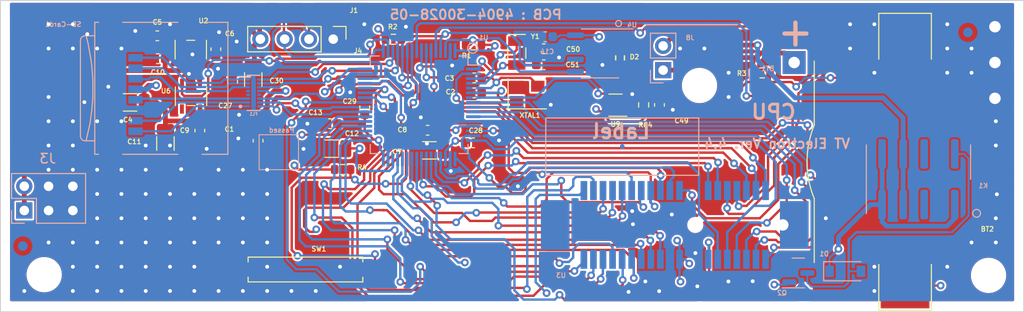
<source format=kicad_pcb>
(kicad_pcb (version 20211014) (generator pcbnew)
  (layers (0 "F.Cu" signal) (1 "In1.Cu" signal) (2 "In2.Cu" signal) (31 "B.Cu" signal) (34 "B.Paste" user) (35 "F.Paste" user) (36 "B.SilkS" user "B.Silkscreen") (37 "F.SilkS" user "F.Silkscreen") (38 "B.Mask" user) (39 "F.Mask" user) (44 "Edge.Cuts" user))
  (net 0 "")
  (net 1 "GND")
  (net 2 "/OSC_OUT")
  (net 3 "/OSC_IN")
  (net 4 "/VDDA")
  (net 5 "Net-(C12-Pad1)")
  (net 6 "Net-(FL1-Pad2)")
  (net 7 "Net-(FL1-Pad3)")
  (net 8 "Net-(FL1-Pad1)")
  (net 10 "Net-(FL1-Pad6)")
  (net 11 "Net-(FL1-Pad7)")
  (net 12 "Net-(FL1-Pad8)")
  (net 13 "/SDAT7")
  (net 16 "/uDTR")
  (net 17 "/uDCD")
  (net 18 "/uPWRKEY")
  (net 19 "/SWDIO")
  (net 20 "/SWCLK")
  (net 21 "/Alim")
  (net 22 "/uStatus")
  (net 23 "/RxD")
  (net 24 "/TxD")
  (net 25 "/SD_D2")
  (net 26 "/SD_D3")
  (net 27 "/SD_CMD")
  (net 28 "/SD_CLK")
  (net 29 "/SD_D0")
  (net 30 "/SD_D1")
  (net 31 "/SYN")
  (net 32 "/SCL")
  (net 33 "/SDAT2")
  (net 34 "/SCS")
  (net 35 "/SDAT3")
  (net 36 "/SDAT4")
  (net 37 "/SDAT5")
  (net 38 "/SDAT6")
  (net 39 "/+3V3")
  (net 40 "/RS485_RxD")
  (net 41 "/IRQ2")
  (net 42 "/READY")
  (net 43 "/SCLK")
  (net 44 "/MISO")
  (net 45 "/MOSI")
  (net 46 "/SS")
  (net 47 "/RS485_TxD")
  (net 48 "/RS485_DE")
  (net 49 "/NRST")
  (net 50 "/OSC32_IN")
  (net 51 "/OSC32_OUT")
  (net 52 "/Magnet")
  (net 53 "/BT_RxD")
  (net 54 "/BT_TxD")
  (net 55 "/LED3")
  (net 56 "/LED2")
  (net 57 "/LED1")
  (net 58 "/VBAT")
  (net 60 "/ADE_Reset")
  (net 61 "/SDAe")
  (net 62 "/SCLe")
  (net 63 "/StartMasura")
  (net 64 "/Main")
  (net 65 "/BT_RTS")
  (net 66 "/BT_CTS")
  (net 69 "/Mains")
  (net 70 "/+3V3_SD")
  (net 71 "/+5V")
  (net 74 "/Uhlc")
  (net 75 "/Uext")
  (net 76 "/Batt_On")
  (footprint "Capacitor_SMD:C_0603_1608Metric" (layer "F.Cu") (at 34.46 12.4046 180)
    (fp_text reference "C13")
    (fp_text value "100n")
  )
  (footprint "Resistor_SMD:R_0603_1608Metric" (layer "F.Cu") (at 41.0894 3.5654 180)
    (fp_text reference "R2")
    (fp_text value "10k")
  )
  (footprint "Package_TO_SOT_SMD:SC-82AA" (layer "F.Cu") (at 64.3154 10.4638 180)
    (fp_text reference "U9")
    (fp_text value "XC6120N302NR-G" hide)
  )
  (footprint "Fiducial:Fiducial_1mm_Mask2mm" (layer "F.Cu") (at 101.1682 2.8448)
    (fp_text reference "FID3" hide)
    (fp_text value "Fiducial" hide)
  )
  (footprint "Capacitor_SMD:C_1206_3216Metric" (layer "F.Cu") (at 44.8486 15.1986 180)
    (fp_text reference "C7")
    (fp_text value "10u")
  )
  (footprint "Crystal:Crystal_SMD_SeikoEpson_TSX3225-4Pin_3.2x2.5mm" (layer "F.Cu") (at 55.0848 9.2804)
    (fp_text reference "XTAL1")
    (fp_text value "403C11A16M00000" hide)
  )
  (footprint "Capacitor_SMD:C_0603_1608Metric" (layer "F.Cu") (at 68.9128 10.4384 -90)
    (fp_text reference "C49")
    (fp_text value "100n")
  )
  (footprint "Capacitor_SMD:C_0603_1608Metric" (layer "F.Cu") (at 20.85 13.125 90)
    (fp_text reference "C9")
    (fp_text value "1u")
  )
  (footprint "Resistor_SMD:R_0603_1608Metric" (layer "F.Cu") (at 49.4714 4.1496)
    (fp_text reference "R1")
    (fp_text value "10k")
  )
  (footprint "MountingHole:MountingHole_3.2mm_Simpla" (layer "F.Cu") (at 4.572 28.2194)
    (fp_text reference "H1" hide)
    (fp_text value "MountingHole" hide)
  )
  (footprint "Capacitor_SMD:C_0603_1608Metric" (layer "F.Cu") (at 26.94 14.19 90)
    (fp_text reference "C1")
    (fp_text value "100n")
  )
  (footprint "Capacitor_SMD:C_0603_1608Metric" (layer "F.Cu") (at 38.0922 10.6774 90)
    (fp_text reference "C29")
    (fp_text value "100n")
  )
  (footprint "Connector_PinHeader_2.54mm:PinHeader_1x04_P2.54mm_Vertical" (layer "F.Cu") (at 34.8 3.55 -90)
    (fp_text reference "J4")
    (fp_text value "Conn_01x04_Male" hide)
  )
  (footprint "Capacitor_SMD:C_0603_1608Metric" (layer "F.Cu") (at 16.4 3.2)
    (fp_text reference "C5")
    (fp_text value "1u")
  )
  (footprint "Crystal:Crystal_SMD_EuroQuartz_EQ161-2Pin_3.2x1.5mm" (layer "F.Cu") (at 53.9926 5.0078 -90)
    (fp_text reference "Y1")
    (fp_text value "ECS-.327-6-34B-C-TR" hide)
  )
  (footprint "AP3012KTR-G1:AP3012KTR-G1" (layer "F.Cu") (at 19.9 4.65 90)
    (fp_text reference "U2")
    (fp_text value "AP7343DQ-33W5-7" hide)
  )
  (footprint "Capacitor_SMD:C_1206_3216Metric" (layer "F.Cu") (at 34.6378 15.0208 180)
    (fp_text reference "C12")
    (fp_text value "4,7u")
  )
  (footprint "Capacitor_SMD:C_0603_1608Metric" (layer "F.Cu") (at 56.812 4.556)
    (fp_text reference "C50")
    (fp_text value "10p")
  )
  (footprint "Capacitor_SMD:C_1206_3216Metric" (layer "F.Cu") (at 13.55 10.175 180)
    (fp_text reference "C4")
    (fp_text value "10u")
  )
  (footprint "Resistor_SMD:R_0603_1608Metric" (layer "F.Cu") (at 67.2618 10.4384 90)
    (fp_text reference "R64")
    (fp_text value "1k")
  )
  (footprint "Capacitor_SMD:C_0603_1608Metric" (layer "F.Cu") (at 24.2746 8.0104 -90)
    (fp_text reference "C27")
    (fp_text value "100n")
  )
  (footprint "Button_Switch_SMD:SW_SPST_REED_CT10-XXXX-G1" (layer "F.Cu") (at 31.8946 27.6794 180)
    (fp_text reference "SW1")
    (fp_text value "CT10-1030-G1")
  )
  (footprint "Fiducial:Fiducial_1mm_Mask2mm" (layer "F.Cu") (at 2.9132 3.1844)
    (fp_text reference "FID2" hide)
    (fp_text value "Fiducial" hide)
  )
  (footprint "Battery:BatteryHolder_Keystone_3002_1x2032" (layer "F.Cu") (at 94.6 16.4 90)
    (fp_text reference "BT2")
    (fp_text value "Battery_Cell")
  )
  (footprint "MountingHole:MountingHole_3.2mm_Simpla" (layer "F.Cu") (at 103.3272 28.2956)
    (fp_text reference "H2" hide)
    (fp_text value "MountingHole" hide)
  )
  (footprint "Capacitor_SMD:C_0603_1608Metric" (layer "F.Cu") (at 56.812 6.2324)
    (fp_text reference "C51")
    (fp_text value "10p")
  )
  (footprint "Capacitor_SMD:C_1206_3216Metric" (layer "F.Cu") (at 17.25 14.48 90)
    (fp_text reference "C11")
    (fp_text value "10u")
  )
  (footprint "Resistor_SMD:R_0603_1608Metric" (layer "F.Cu") (at 79.6544 7.0866 180)
    (fp_text reference "R3")
    (fp_text value "0")
  )
  (footprint "Resistor_SMD:R_0603_1608Metric" (layer "F.Cu") (at 35.7808 17.2052)
    (fp_text reference "R4")
    (fp_text value "10k")
  )
  (footprint "MountingHole:MountingHole_3.2mm_Simpla" (layer "F.Cu") (at 73.1012 8.4074)
    (fp_text reference "H3" hide)
    (fp_text value "MountingHole" hide)
  )
  (footprint "Connector_PinHeader_2.54mm:A_PinHeader_1x04_P2.54mm_Test" (layer "F.Cu") (at 34.7218 0.7684 -90)
    (fp_text reference "J1")
    (fp_text value "Conn_01x04_Male" hide)
  )
  (footprint "AP3012KTR-G1:AP3012KTR-G1" (layer "F.Cu") (at 19.925 9.525 -90)
    (fp_text reference "U6")
    (fp_text value "AP7343DQ-33W5-7" hide)
  )
  (footprint "Capacitor_SMD:C_0603_1608Metric" (layer "F.Cu") (at 16.45 5.6 180)
    (fp_text reference "C10")
    (fp_text value "1u")
  )
  (footprint "Capacitor_SMD:C_0603_1608Metric" (layer "F.Cu") (at 44.6708 13.0904 180)
    (fp_text reference "C8")
    (fp_text value "100n")
  )
  (footprint "Capacitor_SMD:C_0603_1608Metric" (layer "F.Cu") (at 49.446 14.4112)
    (fp_text reference "C28")
    (fp_text value "100n")
  )
  (footprint "Capacitor_SMD:C_1206_3216Metric" (layer "F.Cu") (at 26.4336 7.7836 -90)
    (fp_text reference "C30")
    (fp_text value "10u")
  )
  (footprint "Capacitor_SMD:C_0603_1608Metric" (layer "F.Cu") (at 49.5476 9.1788 180)
    (fp_text reference "C2")
    (fp_text value "10p")
  )
  (footprint "ESD:SOD-923_ONS" (layer "F.Cu") (at 64.7954 5.5118 -90)
    (fp_text reference "D2")
    (fp_text value "ESD9B5.0ST5G" hide)
  )
  (footprint "Capacitor_SMD:C_0603_1608Metric" (layer "F.Cu") (at 49.5476 7.604 180)
    (fp_text reference "C3")
    (fp_text value "10p")
  )
  (footprint "Battery:HLC1520-3P" (layer "F.Cu") (at 83 6)
    (fp_text reference "BT1")
    (fp_text value "HLC1520-3P")
  )
  (footprint "Capacitor_SMD:C_0603_1608Metric" (layer "F.Cu") (at 22.525 4.6 90)
    (fp_text reference "C6")
    (fp_text value "1u")
  )
  (footprint "Fiducial:Fiducial_1mm_Mask2mm" (layer "F.Cu") (at 83.99 29.956)
    (fp_text reference "FID1" hide)
    (fp_text value "Fiducial" hide)
  )
  (footprint "Package_TO_SOT_SMD:SOT-23" (layer "B.Cu") (at 83.439 28.0416)
    (fp_text reference "Q2")
    (fp_text value "DTC143T")
  )
  (footprint "Relay_SMD:Relay_Fujitsu_FTR-B4GA003" (layer "B.Cu") (at 96 18.225 90)
    (fp_text reference "K1")
    (fp_text value "FTR-B4GA003Z-B05")
  )
  (footprint "Package_QFP:LQFP-64_10x10mm_P0.5mm" (layer "B.Cu") (at 43.7818 10.4234 180)
    (fp_text reference "U1")
    (fp_text value "STM32U575RIT6")
  )
  (footprint "Diode_SMD:D_SOD-123" (layer "B.Cu") (at 88.3412 27.8638)
    (fp_text reference "D1")
    (fp_text value "1N4148W")
  )
  (footprint "CM1624:FIL_CM1624" (layer "B.Cu") (at 26.4675 9.1788)
    (fp_text reference "FL1")
    (fp_text value "CM1624-08DE")
  )
  (footprint "Connector_PinHeader_2.54mm:PinHeader_1x02_P2.54mm_Vertical" (layer "B.Cu") (at 69.3 6.8)
    (fp_text reference "J8")
    (fp_text value "Conn_01x02_Male")
  )
  (footprint "Fiducial:Fiducial_1mm_Mask2mm" (layer "B.Cu") (at 2.3368 25.2222 180)
    (fp_text reference "FID4" hide)
    (fp_text value "Fiducial" hide)
  )
  (footprint "Connector_PinSocket_2.54mm:PinSocket_2x03_P2.54mm_Vertical" (layer "B.Cu") (at 2.49 21.5 -90)
    (fp_text reference "J3")
    (fp_text value "DS1002-03-2*3131")
  )
  (footprint "Package_SO:SO-8_3.9x4.9mm_P1.27mm" (layer "B.Cu") (at 62.7 5.05 180)
    (fp_text reference "U4")
    (fp_text value "CAT24C512XE-T2")
  )
  (footprint "Symbol:Eticheta" (layer "B.Cu") (at 65.024 14.8082 180)
    (fp_text reference "TP1" hide)
    (fp_text value "Eticheta" hide)
  )
  (footprint "PCI_SMD_MOD:10061913-100CLF" (layer "B.Cu") (at 72.66 23.01)
    (fp_text reference "U3")
    (fp_text value "10061913-100CLF")
  )
  (footprint "Capacitor_SMD:C_0603_1608Metric" (layer "B.Cu") (at 56.9722 3.302 180)
    (fp_text reference "C14")
    (fp_text value "100n")
  )
  (footprint "Connector_Card:microSD_HC_Wuerth_693072010801" (layer "B.Cu") (at 15.6707 8.7 -90)
    (fp_text reference "SD-Card1")
    (fp_text value "HC_Wuerth_693072010801" hide)
  )
  (gr_rect (start 27.051 13.5636) (end 31.1658 17.2212) (layer "B.SilkS") (width 0.1) (fill none))
  (gr_line (start 0 32.1) (end 107 32.1) (layer "Edge.Cuts") (width 0.1))
  (gr_line (start 107 32.1) (end 107 17) (layer "Edge.Cuts") (width 0.1))
  (gr_line (start 0 -0.5) (end 0 32.1) (layer "Edge.Cuts") (width 0.1))
  (gr_line (start 107 -0.5) (end 0 -0.5) (layer "Edge.Cuts") (width 0.1))
  (gr_line (start 107 17) (end 107 -0.5) (layer "Edge.Cuts") (width 0.1))
  (gr_text "VT Electron Ver. 4.4\n" (at 81.2038 14.5034) (layer "B.SilkS") (effects (font (size 1 1) (thickness 0.2)) (justify mirror)))
  (gr_text "Passed" (at 29.4132 13.081) (layer "B.SilkS") (effects (font (size 0.5 0.5) (thickness 0.1)) (justify mirror)))
  (gr_text "PCB : 4904-30028-05" (at 49.7078 0.9906) (layer "B.SilkS") (effects (font (size 1 1) (thickness 0.2)) (justify mirror)))
  (gr_text "Label" (at 64.897 13.208) (layer "B.SilkS") (effects (font (size 1.5 1.5) (thickness 0.3)) (justify mirror)))
  (gr_text "CPU" (at 80.8482 11.176) (layer "B.SilkS") (effects (font (size 1.5 1.5) (thickness 0.3)) (justify mirror)))
  (segment (start 22.525 3.825) (end 24.675 3.825) (width 0.25) (layer "F.Cu") (net 1))
  (segment (start 14.6046 3.2) (end 14.097 2.6924) (width 0.25) (layer "F.Cu") (net 1))
  (segment (start 8.8 10.175) (end 8.775 10.15) (width 0.25) (layer "F.Cu") (net 1))
  (segment (start 36.619 10.0678) (end 37.9268 10.0678) (width 0.25) (layer "F.Cu") (net 1))
  (segment (start 24.2746 8.7854) (end 23.4104 8.7854) (width 0.25) (layer "F.Cu") (net 1))
  (segment (start 34.8 0.8466) (end 34.7218 0.7684) (width 0.2) (layer "F.Cu") (net 1))
  (segment (start 36.576 9.1186) (end 37.3598 9.9024) (width 0.25) (layer "F.Cu") (net 1))
  (segment (start 65.1404 9.8138) (end 65.5242 9.8138) (width 0.25) (layer "F.Cu") (net 1))
  (segment (start 31.7168 15.0208) (end 31.6914 15.0462) (width 0.25) (layer "F.Cu") (net 1))
  (segment (start 17.6822 15.955) (end 17.25 15.955) (width 0.5) (layer "F.Cu") (net 1))
  (segment (start 51.9352 15.0716) (end 51.2748 14.4112) (width 0.25) (layer "F.Cu") (net 1))
  (segment (start 58.3738 5.432) (end 58.4122 5.4704) (width 0.25) (layer "F.Cu") (net 1))
  (segment (start 21.5646 15.0368) (end 20.85 14.3222) (width 0.5) (layer "F.Cu") (net 1))
  (segment (start 37.3598 9.9024) (end 38.0922 9.9024) (width 0.25) (layer "F.Cu") (net 1))
  (segment (start 57.587 5.432) (end 57.587 4.556) (width 0.25) (layer "F.Cu") (net 1))
  (segment (start 43.8958 13.0904) (end 43.8958 11.808) (width 0.25) (layer "F.Cu") (net 1))
  (segment (start 47.8204 7.604) (end 47.2362 7.0198) (width 0.25) (layer "F.Cu") (net 1))
  (segment (start 25.9604 8.7854) (end 26.4336 9.2586) (width 0.25) (layer "F.Cu") (net 1))
  (segment (start 33.685 11.681) (end 34.3838 10.9822) (width 0.25) (layer "F.Cu") (net 1))
  (segment (start 15.675 3.25) (end 15.625 3.2) (width 0.25) (layer "F.Cu") (net 1))
  (segment (start 34.8 3.55) (end 34.8 0.8466) (width 0.2) (layer "F.Cu") (net 1))
  (segment (start 66.068 9.27) (end 66.068 9.3103) (width 0.25) (layer "F.Cu") (net 1))
  (segment (start 9.05 3.2) (end 9.025 3.175) (width 0.25) (layer "F.Cu") (net 1))
  (segment (start 48.7726 9.1788) (end 48.7726 7.604) (width 0.25) (layer "F.Cu") (net 1))
  (segment (start 53.9848 8.4804) (end 54.2512 8.4804) (width 0.2) (layer "F.Cu") (net 1))
  (segment (start 47.55 2.4) (end 47.4 2.25) (width 0.25) (layer "F.Cu") (net 1))
  (segment (start 43.3736 14.921) (end 43.8072 14.4874) (width 0.25) (layer "F.Cu") (net 1))
  (segment (start 22.525 3.825) (end 22.525 3.1544) (width 0.25) (layer "F.Cu") (net 1))
  (segment (start 51.2748 14.4112) (end 50.221 14.4112) (width 0.25) (layer "F.Cu") (net 1))
  (segment (start 47.2362 7.0198) (end 47.2362 6.3086) (width 0.25) (layer "F.Cu") (net 1))
  (segment (start 24.675 3.825) (end 24.7 3.8) (width 0.25) (layer "F.Cu") (net 1))
  (segment (start 22.725 6.675) (end 22.75 6.65) (width 0.25) (layer "F.Cu") (net 1))
  (segment (start 69.1788 10.9474) (end 68.9128 11.2134) (width 0.25) (layer "F.Cu") (net 1))
  (segment (start 34.3838 10.9822) (end 35.7046 10.9822) (width 0.25) (layer "F.Cu") (net 1))
  (segment (start 47.2362 6.3086) (end 47.55 5.9948) (width 0.25) (layer "F.Cu") (net 1))
  (segment (start 20.85 14.3222) (end 20.85 13.9) (width 0.5) (layer "F.Cu") (net 1))
  (segment (start 94.6 16.4) (end 100.8 16.4) (width 0.25) (layer "F.Cu") (net 1))
  (segment (start 48.7726 7.604) (end 47.8204 7.604) (width 0.25) (layer "F.Cu") (net 1))
  (segment (start 43.3736 13.6126) (end 43.8958 13.0904) (width 0.25) (layer "F.Cu") (net 1))
  (segment (start 19.925 7.4028) (end 19.7104 7.1882) (width 0.25) (layer "F.Cu") (net 1))
  (segment (start 18.8976 17.1704) (end 17.6822 15.955) (width 0.5) (layer "F.Cu") (net 1))
  (segment (start 57.587 6.2324) (end 57.587 5.432) (width 0.25) (layer "F.Cu") (net 1))
  (segment (start 12.075 9.3318) (end 11.2776 8.5344) (width 0.2) (layer "F.Cu") (net 1))
  (segment (start 35.7046 10.9822) (end 36.619 10.0678) (width 0.25) (layer "F.Cu") (net 1))
  (segment (start 51.9352 16.7852) (end 51.9352 15.0716) (width 0.25) (layer "F.Cu") (net 1))
  (segment (start 100.8 16.4) (end 104.2 19.8) (width 0.25) (layer "F.Cu") (net 1))
  (segment (start 57.587 6.2324) (end 62.9324 6.2324) (width 0.25) (layer "F.Cu") (net 1))
  (segment (start 57.2056 10.0804) (end 57.5486 10.4234) (width 0.25) (layer "F.Cu") (net 1))
  (segment (start 24.875 14.795) (end 25.045 14.965) (width 0.25) (layer "F.Cu") (net 1))
  (segment (start 24.2746 8.7854) (end 25.9604 8.7854) (width 0.25) (layer "F.Cu") (net 1))
  (segment (start 33.1628 15.0208) (end 31.7168 15.0208) (width 0.25) (layer "F.Cu") (net 1))
  (segment (start 33.685 12.4046) (end 33.685 11.681) (width 0.25) (layer "F.Cu") (net 1))
  (segment (start 15.625 3.2) (end 14.6046 3.2) (width 0.25) (layer "F.Cu") (net 1))
  (segment (start 33.685 12.4046) (end 32.0978 12.4046) (width 0.25) (layer "F.Cu") (net 1))
  (segment (start 55.8512 10.0804) (end 56.1848 10.0804) (width 0.2) (layer "F.Cu") (net 1))
  (segment (start 43.8958 11.808) (end 43.9596 11.7442) (width 0.25) (layer "F.Cu") (net 1))
  (segment (start 19.925 8.18515) (end 19.925 7.4028) (width 0.25) (layer "F.Cu") (net 1))
  (segment (start 22.525 3.1544) (end 22.86 2.8194) (width 0.25) (layer "F.Cu") (net 1))
  (segment (start 24.875 13.95) (end 24.875 14.795) (width 0.25) (layer "F.Cu") (net 1))
  (segment (start 19.9 5.325) (end 20.075 5.15) (width 0.25) (layer "F.Cu") (net 1))
  (segment (start 54.11 18.96) (end 51.9352 16.7852) (width 0.25) (layer "F.Cu") (net 1))
  (segment (start 9.025 3.075) (end 9.075 3.025) (width 0.25) (layer "F.Cu") (net 1))
  (segment (start 43.3736 15.1986) (end 43.3736 14.921) (width 0.25) (layer "F.Cu") (net 1))
  (segment (start 37.9268 10.0678) (end 38.0922 9.9024) (width 0.25) (layer "F.Cu") (net 1))
  (segment (start 12.075 10.175) (end 12.075 9.3318) (width 0.2) (layer "F.Cu") (net 1))
  (segment (start 47.55 5.9948) (end 47.55 2.4) (width 0.25) (layer "F.Cu") (net 1))
  (segment (start 43.8072 14.4874) (end 44.5946 14.4874) (width 0.25) (layer "F.Cu") (net 1))
  (segment (start 51.8844 14.4112) (end 52.1384 14.1572) (width 0.25) (layer "F.Cu") (net 1))
  (segment (start 56.1848 10.0804) (end 57.2056 10.0804) (width 0.25) (layer "F.Cu") (net 1))
  (segment (start 15.675 5.6) (end 15.675 3.25) (width 0.25) (layer "F.Cu") (net 1))
  (segment (start 23.4104 8.7854) (end 22.725 8.1) (width 0.25) (layer "F.Cu") (net 1))
  (segment (start 19.9 5.98985) (end 19.9 5.325) (width 0.25) (layer "F.Cu") (net 1))
  (segment (start 50.221 14.4112) (end 51.8844 14.4112) (width 0.25) (layer "F.Cu") (net 1))
  (segment (start 26.4336 9.2586) (end 24.95 10.7422) (width 0.25) (layer "F.Cu") (net 1))
  (segment (start 24.95 10.7422) (end 24.95 11.475) (width 0.25) (layer "F.Cu") (net 1))
  (segment (start 70.3072 10.9474) (end 69.1788 10.9474) (width 0.25) (layer "F.Cu") (net 1))
  (segment (start 26.94 14.965) (end 25.045 14.965) (width 0.25) (layer "F.Cu") (net 1))
  (segment (start 22.725 8.1) (end 22.725 6.675) (width 0.25) (layer "F.Cu") (net 1))
  (segment (start 43.3736 15.1986) (end 43.3736 13.6126) (width 0.25) (layer "F.Cu") (net 1))
  (segment (start 9.025 3.175) (end 9.025 3.075) (width 0.25) (layer "F.Cu") (net 1))
  (segment (start 57.587 5.432) (end 58.3738 5.432) (width 0.25) (layer "F.Cu") (net 1))
  (segment (start 54.2512 8.4804) (end 55.8512 10.0804) (width 0.2) (layer "F.Cu") (net 1))
  (segment (start 34.8 1.2466) (end 34.7218 1.1684) (width 0.2) (layer "F.Cu") (net 1))
  (segment (start 47.4 2.25) (end 42.4 2.25) (width 0.25) (layer "F.Cu") (net 1))
  (segment (start 65.5242 9.8138) (end 66.068 9.27) (width 0.25) (layer "F.Cu") (net 1))
  (via (at 5.03 1.99) (size 0.8) (drill 0.4) (layers "F.Cu" "B.Cu") (net 1))
  (via (at 54.11 18.96) (size 0.8) (drill 0.4) (layers "F.Cu" "B.Cu") (net 1))
  (via (at 22.81 24.85) (size 0.8) (drill 0.4) (layers "F.Cu" "B.Cu") (net 1))
  (via (at 70.3072 10.9474) (size 0.8) (drill 0.4) (layers "F.Cu" "B.Cu") (net 1))
  (via (at 25.35 29.93) (size 0.8) (drill 0.4) (layers "F.Cu" "B.Cu") (net 1))
  (via (at 27.89 29.93) (size 0.8) (drill 0.4) (layers "F.Cu" "B.Cu") (net 1))
  (via (at 7.57 29.93) (size 0.8) (drill 0.4) (layers "F.Cu" "B.Cu") (net 1))
  (via (at 88.85 1.99) (size 0.8) (drill 0.4) (layers "F.Cu" "B.Cu") (net 1))
  (via (at 76.1238 28.9306) (size 0.8) (drill 0.4) (layers "F.Cu" "B.Cu") (net 1))
  (via (at 78.6638 28.9052) (size 0.8) (drill 0.4) (layers "F.Cu" "B.Cu") (net 1))
  (via (at 10.11 27.39) (size 0.8) (drill 0.4) (layers "F.Cu" "B.Cu") (net 1))
  (via (at 7.57 24.85) (size 0.8) (drill 0.4) (layers "F.Cu" "B.Cu") (net 1))
  (via (at 104.09 12.15) (size 0.8) (drill 0.4) (layers "F.Cu" "B.Cu") (net 1))
  (via (at 7.57 14.69) (size 0.8) (drill 0.4) (layers "F.Cu" "B.Cu") (net 1))
  (via (at 12.65 22.31) (size 0.8) (drill 0.4) (layers "F.Cu" "B.Cu") (net 1))
  (via (at 17.73 29.93) (size 0.8) (drill 0.4) (layers "F.Cu" "B.Cu") (net 1))
  (via (at 25.35 24.85) (size 0.8) (drill 0.4) (layers "F.Cu" "B.Cu") (net 1))
  (via (at 12.65 19.77) (size 0.8) (drill 0.4) (layers "F.Cu" "B.Cu") (net 1))
  (via (at 17.73 27.39) (size 0.8) (drill 0.4) (layers "F.Cu" "B.Cu") (net 1))
  (via (at 99.01 4.53) (size 0.8) (drill 0.4) (layers "F.Cu" "B.Cu") (net 1))
  (via (at 22.81 17.23) (size 0.8) (drill 0.4) (layers "F.Cu" "B.Cu") (net 1))
  (via (at 21.5646 15.0368) (size 0.8) (drill 0.4) (layers "F.Cu" "B.Cu") (net 1))
  (via (at 76.15 7.07) (size 0.8) (drill 0.4) (layers "F.Cu" "B.Cu") (net 1))
  (via (at 99.01 1.99) (size 0.8) (drill 0.4) (layers "F.Cu" "B.Cu") (net 1))
  (via (at 70.2056 21.9202) (size 0.8) (drill 0.4) (layers "F.Cu" "B.Cu") (net 1))
  (via (at 27.89 17.23) (size 0.8) (drill 0.4) (layers "F.Cu" "B.Cu") (net 1))
  (via (at 7.57 27.39) (size 0.8) (drill 0.4) (layers "F.Cu" "B.Cu") (net 1))
  (via (at 14.097 2.6924) (size 0.8) (drill 0.4) (layers "F.Cu" "B.Cu") (net 1))
  (via (at 12.65 27.39) (size 0.8) (drill 0.4) (layers "F.Cu" "B.Cu") (net 1))
  (via (at 8.775 10.15) (size 0.8) (drill 0.4) (layers "F.Cu" "B.Cu") (net 1))
  (via (at 22.81 29.93) (size 0.8) (drill 0.4) (layers "F.Cu" "B.Cu") (net 1))
  (via (at 7.57 4.53) (size 0.8) (drill 0.4) (layers "F.Cu" "B.Cu") (net 1))
  (via (at 42.4 2.25) (size 0.8) (drill 0.4) (layers "F.Cu" "B.Cu") (net 1))
  (via (at 71.07 4.53) (size 0.8) (drill 0.4) (layers "F.Cu" "B.Cu") (net 1))
  (via (at 17.73 14.69) (size 0.8) (drill 0.4) (layers "F.Cu" "B.Cu") (net 1))
  (via (at 47.2362 6.3086) (size 0.8) (drill 0.4) (layers "F.Cu" "B.Cu") (net 1))
  (via (at 12.65 12.15) (size 0.8) (drill 0.4) (layers "F.Cu" "B.Cu") (net 1))
  (via (at 10.11 17.23) (size 0.8) (drill 0.4) (layers "F.Cu" "B.Cu") (net 1))
  (via (at 35.51 27.39) (size 0.8) (drill 0.4) (layers "F.Cu" "B.Cu") (net 1))
  (via (at 22.81 22.31) (size 0.8) (drill 0.4) (layers "F.Cu" "B.Cu") (net 1))
  (via (at 2.49 29.93) (size 0.8) (drill 0.4) (layers "F.Cu" "B.Cu") (net 1))
  (via (at 12.65 17.23) (size 0.8) (drill 0.4) (layers "F.Cu" "B.Cu") (net 1))
  (via (at 20.27 19.77) (size 0.8) (drill 0.4) (layers "F.Cu" "B.Cu") (net 1))
  (via (at 27.89 19.77) (size 0.8) (drill 0.4) (layers "F.Cu" "B.Cu") (net 1))
  (via (at 5.03 17.23) (size 0.8) (drill 0.4) (layers "F.Cu" "B.Cu") (net 1))
  (via (at 104.2 19.8) (size 0.8) (drill 0.4) (layers "F.Cu" "B.Cu") (net 1))
  (via (at 58.4122 5.4704) (size 0.8) (drill 0.4) (layers "F.Cu" "B.Cu") (net 1))
  (via (at 7.57 17.23) (size 0.8) (drill 0.4) (layers "F.Cu" "B.Cu") (net 1))
  (via (at 65.6844 30.0228) (size 0.8) (drill 0.4) (layers "F.Cu" "B.Cu") (net 1))
  (via (at 52.1384 14.1572) (size 0.8) (drill 0.4) (layers "F.Cu" "B.Cu") (net 1))
  (via (at 36.576 9.1186) (size 0.8) (drill 0.4) (layers "F.Cu" "B.Cu") (net 1))
  (via (at 91.39 1.99) (size 0.8) (drill 0.4) (layers "F.Cu" "B.Cu") (net 1))
  (via (at 24.95 11.475) (size 0.8) (drill 0.4) (layers "F.Cu" "B.Cu") (net 1))
  (via (at 101.55 7.07) (size 0.8) (drill 0.4) (layers "F.Cu" "B.Cu") (net 1))
  (via (at 12.65 29.93) (size 0.8) (drill 0.4) (layers "F.Cu" "B.Cu") (net 1))
  (via (at 101.55 4.53) (size 0.8) (drill 0.4) (layers "F.Cu" "B.Cu") (net 1))
  (via (at 91.39 7.07) (size 0.8) (drill 0.4) (layers "F.Cu" "B.Cu") (net 1))
  (via (at 31.6914 15.0462) (size 0.8) (drill 0.4) (layers "F.Cu" "B.Cu") (net 1))
  (via (at 15.19 17.23) (size 0.8) (drill 0.4) (layers "F.Cu" "B.Cu") (net 1))
  (via (at 25.35 17.23) (size 0.8) (drill 0.4) (layers "F.Cu" "B.Cu") (net 1))
  (via (at 15.19 27.39) (size 0.8) (drill 0.4) (layers "F.Cu" "B.Cu") (net 1))
  (via (at 20.075 5.15) (size 0.8) (drill 0.4) (layers "F.Cu" "B.Cu") (net 1))
  (via (at 5.03 14.69) (size 0.8) (drill 0.4) (layers "F.Cu" "B.Cu") (net 1))
  (via (at 104.09 22.31) (size 0.8) (drill 0.4) (layers "F.Cu" "B.Cu") (net 1))
  (via (at 17.73 22.31) (size 0.8) (drill 0.4) (layers "F.Cu" "B.Cu") (net 1))
  (via (at 32.97 29.93) (size 0.8) (drill 0.4) (layers "F.Cu" "B.Cu") (net 1))
  (via (at 15.19 14.69) (size 0.8) (drill 0.4) (layers "F.Cu" "B.Cu") (net 1))
  (via (at 47.0916 17.3678) (size 0.8) (drill 0.4) (layers "F.Cu" "B.Cu") (net 1))
  (via (at 91.39 29.93) (size 0.8) (drill 0.4) (layers "F.Cu" "B.Cu") (net 1))
  (via (at 22.75 6.65) (size 0.8) (drill 0.4) (layers "F.Cu" "B.Cu") (net 1))
  (via (at 10.11 12.15) (size 0.8) (drill 0.4) (layers "F.Cu" "B.Cu") (net 1))
  (via (at 22.81 19.77) (size 0.8) (drill 0.4) (layers "F.Cu" "B.Cu") (net 1))
  (via (at 30.43 29.93) (size 0.8) (drill 0.4) (layers "F.Cu" "B.Cu") (net 1))
  (via (at 72.8726 29.4386) (size 0.8) (drill 0.4) (layers "F.Cu" "B.Cu") (net 1))
  (via (at 104.09 24.85) (size 0.8) (drill 0.4) (layers "F.Cu" "B.Cu") (net 1))
  (via (at 66.1416 22.9362) (size 0.8) (drill 0.4) (layers "F.Cu" "B.Cu") (net 1))
  (via (at 10.11 22.31) (size 0.8) (drill 0.4) (layers "F.Cu" "B.Cu") (net 1))
  (via (at 76.15 9.61) (size 0.8) (drill 0.4) (layers "F.Cu" "B.Cu") (net 1))
  (via (at 20.27 27.39) (size 0.8) (drill 0.4) (layers "F.Cu" "B.Cu") (net 1))
  (via (at 25.35 19.77) (size 0.8) (drill 0.4) (layers "F.Cu" "B.Cu") (net 1))
  (via (at 10.11 24.85) (size 0.8) (drill 0.4) (layers "F.Cu" "B.Cu") (net 1))
  (via (at 15.19 19.77) (size 0.8) (drill 0.4) (layers "F.Cu" "B.Cu") (net 1))
  (via (at 27.89 27.39) (size 0.8) (drill 0.4) (layers "F.Cu" "B.Cu") (net 1))
  (via (at 62.95 6.25) (size 0.8) (drill 0.4) (layers "F.Cu" "B.Cu") (net 1))
  (via (at 7.57 1.99) (size 0.8) (drill 0.4) (layers "F.Cu" "B.Cu") (net 1))
  (via (at 20.27 29.93) (size 0.8) (drill 0.4) (layers "F.Cu" "B.Cu") (net 1))
  (via (at 43.9596 11.7442) (size 0.8) (drill 0.4) (layers "F.Cu" "B.Cu") (net 1))
  (via (at 57.5486 10.4234) (size 0.8) (drill 0.4) (layers "F.Cu" "B.Cu") (net 1))
  (via (at 17.73 1.99) (size 0.8) (drill 0.4) (layers "F.Cu" "B.Cu") (net 1))
  (via (at 9.075 3.025) (size 0.8) (drill 0.4) (layers "F.Cu" "B.Cu") (net 1))
  (via (at 68.8848 29.9466) (size 0.8) (drill 0.4) (layers "F.Cu" "B.Cu") (net 1))
  (via (at 27.89 22.31) (size 0.8) (drill 0.4) (layers "F.Cu" "B.Cu") (net 1))
  (via (at 73.61 4.53) (size 0.8) (drill 0.4) (layers "F.Cu" "B.Cu") (net 1))
  (via (at 17.73 19.77) (size 0.8) (drill 0.4) (layers "F.Cu" "B.Cu") (net 1))
  (via (at 91.39 27.39) (size 0.8) (drill 0.4) (layers "F.Cu" "B.Cu") (net 1))
  (via (at 101.55 24.85) (size 0.8) (drill 0.4) (layers "F.Cu" "B.Cu") (net 1))
  (via (at 86.31 22.31) (size 0.8) (drill 0.4) (layers "F.Cu" "B.Cu") (net 1))
  (via (at 24.875 13.95) (size 0.8) (drill 0.4) (layers "F.Cu" "B.Cu") (net 1))
  (via (at 20.27 22.31) (size 0.8) (drill 0.4) (layers "F.Cu" "B.Cu") (net 1))
  (via (at 15.19 22.31) (size 0.8) (drill 0.4) (layers "F.Cu" "B.Cu") (net 1))
  (via (at 5.03 12.15) (size 0.8) (drill 0.4) (layers "F.Cu" "B.Cu") (net 1))
  (via (at 27.89 24.85) (size 0.8) (drill 0.4) (layers "F.Cu" "B.Cu") (net 1))
  (via (at 5.03 9.61) (size 0.8) (drill 0.4) (layers "F.Cu" "B.Cu") (net 1))
  (via (at 19.7104 7.1882) (size 0.8) (drill 0.4) (layers "F.Cu" "B.Cu") (net 1))
  (via (at 104.09 14.69) (size 0.8) (drill 0.4) (layers "F.Cu" "B.Cu") (net 1))
  (via (at 72.6694 25.9588) (size 0.8) (drill 0.4) (layers "F.Cu" "B.Cu") (net 1))
  (via (at 11.2776 8.5344) (size 0.8) (drill 0.4) (layers "F.Cu" "B.Cu") (net 1))
  (via (at 66.068 9.3103) (size 0.8) (drill 0.4) (layers "F.Cu" "B.Cu") (net 1))
  (via (at 5.03 4.53) (size 0.8) (drill 0.4) (layers "F.Cu" "B.Cu") (net 1))
  (via (at 20.27 24.85) (size 0.8) (drill 0.4) (layers "F.Cu" "B.Cu") (net 1))
  (via (at 17.73 24.85) (size 0.8) (drill 0.4) (layers "F.Cu" "B.Cu") (net 1))
  (via (at 18.8976 17.1704) (size 0.8) (drill 0.4) (layers "F.Cu" "B.Cu") (net 1))
  (via (at 88.85 4.53) (size 0.8) (drill 0.4) (layers "F.Cu" "B.Cu") (net 1))
  (via (at 10.11 4.53) (size 0.8) (drill 0.4) (layers "F.Cu" "B.Cu") (net 1))
  (via (at 10.11 19.77) (size 0.8) (drill 0.4) (layers "F.Cu" "B.Cu") (net 1))
  (via (at 44.5946 14.4874) (size 0.8) (drill 0.4) (layers "F.Cu" "B.Cu") (net 1))
  (via (at 15.19 29.93) (size 0.8) (drill 0.4) (layers "F.Cu" "B.Cu") (net 1))
  (via (at 67.437 28.9306) (size 0.8) (drill 0.4) (layers "F.Cu" "B.Cu") (net 1))
  (via (at 32.0978 12.4046) (size 0.8) (drill 0.4) (layers "F.Cu" "B.Cu") (net 1))
  (via (at 5.03 24.85) (size 0.8) (drill 0.4) (layers "F.Cu" "B.Cu") (net 1))
  (via (at 24.7 3.8) (size 0.8) (drill 0.4) (layers "F.Cu" "B.Cu") (net 1))
  (via (at 12.65 4.53) (size 0.8) (drill 0.4) (layers "F.Cu" "B.Cu") (net 1))
  (via (at 10.11 29.93) (size 0.8) (drill 0.4) (layers "F.Cu" "B.Cu") (net 1))
  (via (at 38.05 1.99) (size 0.8) (drill 0.4) (layers "F.Cu" "B.Cu") (net 1))
  (via (at 99.01 27.39) (size 0.8) (drill 0.4) (layers "F.Cu" "B.Cu") (net 1))
  (via (at 66.0654 21.5646) (size 0.8) (drill 0.4) (layers "F.Cu" "B.Cu") (net 1))
  (via (at 99.01 7.07) (size 0.8) (drill 0.4) (layers "F.Cu" "B.Cu") (net 1))
  (via (at 15.19 24.85) (size 0.8) (drill 0.4) (layers "F.Cu" "B.Cu") (net 1))
  (via (at 7.57 12.15) (size 0.8) (drill 0.4) (layers "F.Cu" "B.Cu") (net 1))
  (via (at 25.35 22.31) (size 0.8) (drill 0.4) (layers "F.Cu" "B.Cu") (net 1))
  (via (at 22.86 2.8194) (size 0.8) (drill 0.4) (layers "F.Cu" "B.Cu") (net 1))
  (via (at 12.65 24.85) (size 0.8) (drill 0.4) (layers "F.Cu" "B.Cu") (net 1))
  (segment (start 47.0916 17.3678) (end 47.0318 17.308) (width 0.25) (layer "B.Cu") (net 1))
  (segment (start 65.275 6.955) (end 65.275 5.685) (width 0.25) (layer "B.Cu") (net 1))
  (segment (start 65.275 5.685) (end 65.275 4.415) (width 0.25) (layer "B.Cu") (net 1))
  (segment (start 47.0318 6.1042) (end 47.2362 6.3086) (width 0.25) (layer "B.Cu") (net 1))
  (segment (start 36.576 9.1186) (end 36.111 8.6536) (width 0.25) (layer "B.Cu") (net 1))
  (segment (start 36.111 7.8834) (end 36.821 7.1734) (width 0.25) (layer "B.Cu") (net 1))
  (segment (start 36.821 7.1734) (end 38.1068 7.1734) (width 0.25) (layer "B.Cu") (net 1))
  (segment (start 47.0318 4.7484) (end 47.0318 6.1042) (width 0.25) (layer "B.Cu") (net 1))
  (segment (start 47.0916 17.4244) (end 47.0916 17.3678) (width 0.25) (layer "B.Cu") (net 1))
  (segment (start 44.3888 12.1734) (end 43.9596 11.7442) (width 0.2) (layer "B.Cu") (net 1))
  (segment (start 47.0318 17.308) (end 47.0318 16.0984) (width 0.25) (layer "B.Cu") (net 1))
  (segment (start 36.111 8.6536) (end 36.111 7.8834) (width 0.25) (layer "B.Cu") (net 1))
  (segment (start 49.4568 12.1734) (end 44.3888 12.1734) (width 0.2) (layer "B.Cu") (net 1))
  (segment (start 65.275 4.415) (end 65.275 3.145) (width 0.25) (layer "B.Cu") (net 1))
  (segment (start 52.3748 8.9662) (end 52.1622 9.1788) (width 0.25) (layer "F.Cu") (net 2))
  (segment (start 52.1622 9.1788) (end 50.3226 9.1788) (width 0.25) (layer "F.Cu") (net 2))
  (segment (start 52.028622 9.312378) (end 52.028622 9.500822) (width 0.25) (layer "F.Cu") (net 2))
  (segment (start 52.3748 8.9662) (end 52.028622 9.312378) (width 0.25) (layer "F.Cu") (net 2))
  (segment (start 52.028622 9.500822) (end 52.6082 10.0804) (width 0.25) (layer "F.Cu") (net 2))
  (segment (start 52.6082 10.0804) (end 53.9848 10.0804) (width 0.25) (layer "F.Cu") (net 2))
  (via (at 52.3748 8.9662) (size 0.8) (drill 0.4) (layers "F.Cu" "B.Cu") (net 2))
  (segment (start 52.1732 8.9662) (end 51.966 9.1734) (width 0.25) (layer "B.Cu") (net 2))
  (segment (start 51.966 9.1734) (end 49.4568 9.1734) (width 0.25) (layer "B.Cu") (net 2))
  (segment (start 52.3748 8.9662) (end 52.1732 8.9662) (width 0.25) (layer "B.Cu") (net 2))
  (segment (start 55.415 7.604) (end 56.1848 8.3738) (width 0.25) (layer "F.Cu") (net 3))
  (segment (start 50.3226 7.604) (end 51.3764 7.604) (width 0.25) (layer "F.Cu") (net 3))
  (segment (start 52.3416 7.604) (end 55.415 7.604) (width 0.25) (layer "F.Cu") (net 3))
  (segment (start 51.3764 7.604) (end 51.859 8.0866) (width 0.25) (layer "F.Cu") (net 3))
  (segment (start 56.1848 8.3738) (end 56.1848 8.4804) (width 0.25) (layer "F.Cu") (net 3))
  (segment (start 51.859 8.0866) (end 52.3416 7.604) (width 0.25) (layer "F.Cu") (net 3))
  (via (at 51.859 8.0866) (size 0.8) (drill 0.4) (layers "F.Cu" "B.Cu") (net 3))
  (segment (start 51.2722 8.6734) (end 51.859 8.0866) (width 0.25) (layer "B.Cu") (net 3))
  (segment (start 49.4568 8.6734) (end 51.2722 8.6734) (width 0.25) (layer "B.Cu") (net 3))
  (segment (start 46.4488 13.0904) (end 45.4458 13.0904) (width 0.25) (layer "F.Cu") (net 4))
  (segment (start 46.3236 15.1986) (end 46.3236 13.2156) (width 0.25) (layer "F.Cu") (net 4))
  (segment (start 47.6172 13.0904) (end 46.4488 13.0904) (width 0.25) (layer "F.Cu") (net 4))
  (segment (start 46.3236 13.2156) (end 46.4488 13.0904) (width 0.25) (layer "F.Cu") (net 4))
  (via (at 47.6172 13.0904) (size 0.8) (drill 0.4) (layers "F.Cu" "B.Cu") (net 4))
  (segment (start 49.4568 12.6734) (end 48.0342 12.6734) (width 0.25) (layer "B.Cu") (net 4))
  (segment (start 48.0342 12.6734) (end 47.6172 13.0904) (width 0.25) (layer "B.Cu") (net 4))
  (segment (start 37.5588 14.9954) (end 36.1382 14.9954) (width 0.25) (layer "F.Cu") (net 5))
  (segment (start 36.1382 14.9954) (end 36.1128 15.0208) (width 0.25) (layer "F.Cu") (net 5))
  (via (at 37.5588 14.9954) (size 0.8) (drill 0.4) (layers "F.Cu" "B.Cu") (net 5))
  (segment (start 41.0318 16.9834) (end 41.0318 16.0984) (width 0.25) (layer "B.Cu") (net 5))
  (segment (start 37.2286 16.8496) (end 37.7366 17.3576) (width 0.25) (layer "B.Cu") (net 5))
  (segment (start 40.6576 17.3576) (end 41.0318 16.9834) (width 0.25) (layer "B.Cu") (net 5))
  (segment (start 37.2286 15.3256) (end 37.2286 16.8496) (width 0.25) (layer "B.Cu") (net 5))
  (segment (start 37.5588 14.9954) (end 37.2286 15.3256) (width 0.25) (layer "B.Cu") (net 5))
  (segment (start 37.7366 17.3576) (end 40.6576 17.3576) (width 0.25) (layer "B.Cu") (net 5))
  (segment (start 20.8854 10.1788) (end 25.8925 10.1788) (width 0.25) (layer "B.Cu") (net 6))
  (segment (start 18.574 10.1788) (end 16.6528 12.1) (width 0.25) (layer "B.Cu") (net 6))
  (segment (start 20.8854 10.1788) (end 18.574 10.1788) (width 0.25) (layer "B.Cu") (net 6))
  (segment (start 16.6528 12.1) (end 14.1207 12.1) (width 0.25) (layer "B.Cu") (net 6))
  (segment (start 14.2419 9.7788) (end 14.1207 9.9) (width 0.25) (layer "B.Cu") (net 7))
  (segment (start 17.2972 9.7788) (end 14.2419 9.7788) (width 0.25) (layer "B.Cu") (net 7))
  (segment (start 25.8925 9.7788) (end 17.2972 9.7788) (width 0.25) (layer "B.Cu") (net 7))
  (segment (start 18.9204 12.0796) (end 19.9831 11.0169) (width 0.25) (layer "B.Cu") (net 8))
  (segment (start 17.8 13.2) (end 14.1207 13.2) (width 0.25) (layer "B.Cu") (net 8))
  (segment (start 19.9831 11.0169) (end 17.8 13.2) (width 0.25) (layer "B.Cu") (net 8))
  (segment (start 20.4212 10.5788) (end 25.8925 10.5788) (width 0.25) (layer "B.Cu") (net 8))
  (segment (start 18.3956 12.6044) (end 18.9204 12.0796) (width 0.25) (layer "B.Cu") (net 8))
  (segment (start 19.9831 11.0169) (end 20.4212 10.5788) (width 0.25) (layer "B.Cu") (net 8))
  (segment (start 14.1677 7.747) (end 14.1207 7.7) (width 0.25) (layer "B.Cu") (net 10))
  (segment (start 18.1864 8.9916) (end 23.622 8.9916) (width 0.25) (layer "B.Cu") (net 10))
  (segment (start 15.6972 7.5438) (end 15.494 7.747) (width 0.25) (layer "B.Cu") (net 10))
  (segment (start 23.8378 9.0424) (end 24.3014 8.5788) (width 0.25) (layer "B.Cu") (net 10))
  (segment (start 15.494 7.747) (end 14.1677 7.747) (width 0.25) (layer "B.Cu") (net 10))
  (segment (start 16.7513 7.5565) (end 17.6022 8.4074) (width 0.25) (layer "B.Cu") (net 10))
  (segment (start 16.7386 7.5438) (end 15.6972 7.5438) (width 0.25) (layer "B.Cu") (net 10))
  (segment (start 24.3014 8.5788) (end 25.8925 8.5788) (width 0.25) (layer "B.Cu") (net 10))
  (segment (start 23.622 8.9916) (end 23.6728 9.0424) (width 0.25) (layer "B.Cu") (net 10))
  (segment (start 17.6022 8.4074) (end 16.7386 7.5438) (width 0.25) (layer "B.Cu") (net 10))
  (segment (start 23.6728 9.0424) (end 23.8378 9.0424) (width 0.25) (layer "B.Cu") (net 10))
  (segment (start 17.6022 8.4074) (end 18.1864 8.9916) (width 0.25) (layer "B.Cu") (net 10))
  (segment (start 23.9014 8.1788) (end 23.5204 8.5598) (width 0.25) (layer "B.Cu") (net 11))
  (segment (start 16.9124 6.6) (end 14.1207 6.6) (width 0.25) (layer "B.Cu") (net 11))
  (segment (start 18.8722 8.5598) (end 16.9124 6.6) (width 0.25) (layer "B.Cu") (net 11))
  (segment (start 25.8925 8.1788) (end 23.9014 8.1788) (width 0.25) (layer "B.Cu") (net 11))
  (segment (start 23.5204 8.5598) (end 18.8722 8.5598) (width 0.25) (layer "B.Cu") (net 11))
  (segment (start 23.3998 7.7788) (end 23.0506 8.128) (width 0.25) (layer "B.Cu") (net 12))
  (segment (start 23.0506 8.128) (end 19.5834 8.128) (width 0.25) (layer "B.Cu") (net 12))
  (segment (start 25.8925 7.7788) (end 23.3998 7.7788) (width 0.25) (layer "B.Cu") (net 12))
  (segment (start 19.5834 8.128) (end 16.9554 5.5) (width 0.25) (layer "B.Cu") (net 12))
  (segment (start 16.9554 5.5) (end 14.1207 5.5) (width 0.25) (layer "B.Cu") (net 12))
  (segment (start 58.45 26.95) (end 58.45 27.02) (width 0.25) (layer "F.Cu") (net 13))
  (segment (start 40.177936 8.820264) (end 39.873136 8.820264) (width 0.25) (layer "F.Cu") (net 13))
  (segment (start 39.243 12.1158) (end 40.259 13.1318) (width 0.25) (layer "F.Cu") (net 13))
  (segment (start 38.03 17.33) (end 38.03 18.29) (width 0.25) (layer "F.Cu") (net 13))
  (segment (start 40.259 13.1318) (end 40.259 15.101) (width 0.25) (layer "F.Cu") (net 13))
  (segment (start 57.79 26.29) (end 58.45 26.95) (width 0.25) (layer "F.Cu") (net 13))
  (segment (start 38.03 18.29) (end 37.06 19.26) (width 0.25) (layer "F.Cu") (net 13))
  (segment (start 37.06 19.26) (end 34.37 19.26) (width 0.25) (layer "F.Cu") (net 13))
  (segment (start 41.22 24.8) (end 41.22 23.56) (width 0.25) (layer "F.Cu") (net 13))
  (segment (start 39.243 9.4504) (end 39.243 12.1158) (width 0.25) (layer "F.Cu") (net 13))
  (segment (start 34.37 19.26) (end 33.84 18.73) (width 0.25) (layer "F.Cu") (net 13))
  (segment (start 40.259 15.101) (end 38.03 17.33) (width 0.25) (layer "F.Cu") (net 13))
  (segment (start 42.71 26.29) (end 41.22 24.8) (width 0.25) (layer "F.Cu") (net 13))
  (segment (start 57.79 26.29) (end 42.71 26.29) (width 0.25) (layer "F.Cu") (net 13))
  (segment (start 39.873136 8.820264) (end 39.243 9.4504) (width 0.25) (layer "F.Cu") (net 13))
  (via (at 58.45 27.02) (size 0.8) (drill 0.4) (layers "F.Cu" "B.Cu") (net 13))
  (via (at 33.84 18.73) (size 0.8) (drill 0.4) (layers "F.Cu" "B.Cu") (net 13))
  (via (at 40.177936 8.820264) (size 0.8) (drill 0.4) (layers "F.Cu" "B.Cu") (net 13))
  (via (at 41.22 23.56) (size 0.8) (drill 0.4) (layers "F.Cu" "B.Cu") (net 13))
  (segment (start 40.175 8.8232) (end 40.177936 8.820264) (width 0.25) (layer "B.Cu") (net 13))
  (segment (start 60.5 24.97) (end 59.89 25.58) (width 0.25) (layer "B.Cu") (net 13))
  (segment (start 59.43 26.89) (end 58.58 26.89) (width 0.25) (layer "B.Cu") (net 13))
  (segment (start 34.55 23.56) (end 33.7255 22.7355) (width 0.25) (layer "B.Cu") (net 13))
  (segment (start 63.999999 25.329999) (end 63.64 24.97) (width 0.25) (layer "B.Cu") (net 13))
  (segment (start 58.58 26.89) (end 58.45 27.02) (width 0.25) (layer "B.Cu") (net 13))
  (segment (start 40.0252 8.6734) (end 40.175 8.8232) (width 0.25) (layer "B.Cu") (net 13))
  (segment (start 38.1068 8.6734) (end 40.0252 8.6734) (width 0.25) (layer "B.Cu") (net 13))
  (segment (start 59.89 25.58) (end 59.89 26.43) (width 0.25) (layer "B.Cu") (net 13))
  (segment (start 59.89 26.43) (end 59.43 26.89) (width 0.25) (layer "B.Cu") (net 13))
  (segment (start 41.22 23.56) (end 34.55 23.56) (width 0.25) (layer "B.Cu") (net 13))
  (segment (start 63.64 24.97) (end 60.5 24.97) (width 0.25) (layer "B.Cu") (net 13))
  (segment (start 33.7255 22.7355) (end 33.7255 22.24) (width 0.25) (layer "B.Cu") (net 13))
  (segment (start 33.7255 22.24) (end 33.7255 18.8445) (width 0.25) (layer "B.Cu") (net 13))
  (segment (start 63.999999 26.58) (end 63.999999 25.329999) (width 0.25) (layer "B.Cu") (net 13))
  (segment (start 33.7255 18.8445) (end 33.84 18.73) (width 0.25) (layer "B.Cu") (net 13))
  (segment (start 85.45 18.48) (end 84.75 17.78) (width 0.25) (layer "F.Cu") (net 16))
  (segment (start 80.88 25.37) (end 84.67 25.37) (width 0.25) (layer "F.Cu") (net 16))
  (segment (start 84.67 25.37) (end 85.45 24.59) (width 0.25) (layer "F.Cu") (net 16))
  (segment (start 85.45 24.59) (end 85.45 18.48) (width 0.25) (layer "F.Cu") (net 16))
  (segment (start 84.75 17.78) (end 84.7 17.78) (width 0.25) (layer "F.Cu") (net 16))
  (via (at 84.7 17.78) (size 0.8) (drill 0.4) (layers "F.Cu" "B.Cu") (net 16))
  (via (at 80.88 25.37) (size 0.8) (drill 0.4) (layers "F.Cu" "B.Cu") (net 16))
  (segment (start 84.7 17.78) (end 84.34 17.42) (width 0.25) (layer "B.Cu") (net 16))
  (segment (start 80.88 25.74) (end 80.88 25.37) (width 0.25) (layer "B.Cu") (net 16))
  (segment (start 84.34 16.32) (end 80.2374 12.2174) (width 0.25) (layer "B.Cu") (net 16))
  (segment (start 55.1904 10.1734) (end 49.4568 10.1734) (width 0.25) (layer "B.Cu") (net 16))
  (segment (start 84.34 17.42) (end 84.34 16.32) (width 0.25) (layer "B.Cu") (net 16))
  (segment (start 80.01 26.61) (end 80.88 25.74) (width 0.25) (layer "B.Cu") (net 16))
  (segment (start 80.2374 12.2174) (end 57.2344 12.2174) (width 0.25) (layer "B.Cu") (net 16))
  (segment (start 57.2344 12.2174) (end 55.1904 10.1734) (width 0.25) (layer "B.Cu") (net 16))
  (segment (start 84.36 24.82) (end 84.84 24.34) (width 0.25) (layer "F.Cu") (net 17))
  (segment (start 81.09 24.58) (end 81.33 24.82) (width 0.25) (layer "F.Cu") (net 17))
  (segment (start 84.84 24.34) (end 84.84 19.59) (width 0.25) (layer "F.Cu") (net 17))
  (segment (start 79.89 24.58) (end 81.09 24.58) (width 0.25) (layer "F.Cu") (net 17))
  (segment (start 81.33 24.82) (end 84.36 24.82) (width 0.25) (layer "F.Cu") (net 17))
  (segment (start 84.84 19.59) (end 83.77 18.52) (width 0.25) (layer "F.Cu") (net 17))
  (via (at 79.89 24.58) (size 0.8) (drill 0.4) (layers "F.Cu" "B.Cu") (net 17))
  (via (at 83.77 18.52) (size 0.8) (drill 0.4) (layers "F.Cu" "B.Cu") (net 17))
  (segment (start 83.77 16.59) (end 83.77 18.52) (width 0.25) (layer "B.Cu") (net 17))
  (segment (start 79.8292 12.6492) (end 83.77 16.59) (width 0.25) (layer "B.Cu") (net 17))
  (segment (start 78.999999 26.58) (end 78.999999 25.170001) (width 0.25) (layer "B.Cu") (net 17))
  (segment (start 79.59 24.58) (end 79.89 24.58) (width 0.25) (layer "B.Cu") (net 17))
  (segment (start 56.5792 12.6492) (end 79.8292 12.6492) (width 0.25) (layer "B.Cu") (net 17))
  (segment (start 49.4568 10.6734) (end 54.5982 10.6734) (width 0.25) (layer "B.Cu") (net 17))
  (segment (start 54.5982 10.6734) (end 55.4404 11.5156) (width 0.25) (layer "B.Cu") (net 17))
  (segment (start 55.4404 11.5156) (end 55.4456 11.5156) (width 0.25) (layer "B.Cu") (net 17))
  (segment (start 55.4456 11.5156) (end 56.5792 12.6492) (width 0.25) (layer "B.Cu") (net 17))
  (segment (start 78.999999 25.170001) (end 79.59 24.58) (width 0.25) (layer "B.Cu") (net 17))
  (segment (start 80.15 22.79) (end 82.1628 20.7772) (width 0.25) (layer "F.Cu") (net 18))
  (segment (start 82.1628 20.7772) (end 82.169 20.7772) (width 0.25) (layer "F.Cu") (net 18))
  (segment (start 82.22 20.7262) (end 82.22 18.32) (width 0.25) (layer "F.Cu") (net 18))
  (segment (start 82.169 20.7772) (end 82.22 20.7262) (width 0.25) (layer "F.Cu") (net 18))
  (via (at 82.22 18.32) (size 0.8) (drill 0.4) (layers "F.Cu" "B.Cu") (net 18))
  (via (at 80.15 22.79) (size 0.8) (drill 0.4) (layers "F.Cu" "B.Cu") (net 18))
  (segment (start 76.999998 24.100002) (end 77.28 23.82) (width 0.25) (layer "B.Cu") (net 18))
  (segment (start 78.31 22.79) (end 80.15 22.79) (width 0.25) (layer "B.Cu") (net 18))
  (segment (start 55.83 13.64) (end 79.11 13.64) (width 0.25) (layer "B.Cu") (net 18))
  (segment (start 79.11 13.64) (end 82.22 16.75) (width 0.25) (layer "B.Cu") (net 18))
  (segment (start 77.28 23.82) (end 78.31 22.79) (width 0.25) (layer "B.Cu") (net 18))
  (segment (start 53.8634 11.6734) (end 55.83 13.64) (width 0.25) (layer "B.Cu") (net 18))
  (segment (start 49.4568 11.6734) (end 53.8634 11.6734) (width 0.25) (layer "B.Cu") (net 18))
  (segment (start 76.999998 26.58) (end 76.999998 24.100002) (width 0.25) (layer "B.Cu") (net 18))
  (segment (start 82.22 16.75) (end 82.22 18.32) (width 0.25) (layer "B.Cu") (net 18))
  (segment (start 32.26 3.55) (end 32.26 0.8466) (width 0.25) (layer "F.Cu") (net 19))
  (segment (start 32.26 0.8466) (end 32.1818 0.7684) (width 0.25) (layer "F.Cu") (net 19))
  (segment (start 28.5 4.7) (end 28.5 2.85) (width 0.25) (layer "B.Cu") (net 19))
  (segment (start 39.794 7.35) (end 39.794 6.207) (width 0.25) (layer "B.Cu") (net 19))
  (segment (start 39.4706 7.6734) (end 39.794 7.35) (width 0.25) (layer "B.Cu") (net 19))
  (segment (start 38.1068 7.6734) (end 39.4706 7.6734) (width 0.25) (layer "B.Cu") (net 19))
  (segment (start 31.5 2.2) (end 32.26 2.96) (width 0.25) (layer "B.Cu") (net 19))
  (segment (start 28.5 2.85) (end 29.15 2.2) (width 0.25) (layer "B.Cu") (net 19))
  (segment (start 32.26 2.96) (end 32.26 3.55) (width 0.25) (layer "B.Cu") (net 19))
  (segment (start 39.54 5.953) (end 29.753 5.953) (width 0.25) (layer "B.Cu") (net 19))
  (segment (start 29.753 5.953) (end 28.5 4.7) (width 0.25) (layer "B.Cu") (net 19))
  (segment (start 29.15 2.2) (end 31.5 2.2) (width 0.25) (layer "B.Cu") (net 19))
  (segment (start 39.794 6.207) (end 39.54 5.953) (width 0.25) (layer "B.Cu") (net 19))
  (segment (start 29.6418 3.4718) (end 29.6418 0.7684) (width 0.25) (layer "F.Cu") (net 20))
  (segment (start 29.72 3.55) (end 29.6418 3.4718) (width 0.25) (layer "F.Cu") (net 20))
  (segment (start 39.286 4.683) (end 39.9664 4.683) (width 0.25) (layer "B.Cu") (net 20))
  (segment (start 39.032 5.1148) (end 39.032 4.937) (width 0.25) (layer "B.Cu") (net 20))
  (segment (start 38.778 5.3688) (end 39.032 5.1148) (width 0.25) (layer "B.Cu") (net 20))
  (segment (start 29.72 4.57) (end 30.5188 5.3688) (width 0.25) (layer "B.Cu") (net 20))
  (segment (start 39.032 4.937) (end 39.286 4.683) (width 0.25) (layer "B.Cu") (net 20))
  (segment (start 30.5188 5.3688) (end 38.778 5.3688) (width 0.25) (layer "B.Cu") (net 20))
  (segment (start 29.72 3.55) (end 29.72 4.57) (width 0.25) (layer "B.Cu") (net 20))
  (segment (start 39.9664 4.683) (end 40.0318 4.7484) (width 0.25) (layer "B.Cu") (net 20))
  (segment (start 74.06 24.83) (end 74.11 24.88) (width 0.25) (layer "F.Cu") (net 21))
  (segment (start 59.0264 30.8864) (end 58.47 30.33) (width 0.25) (layer "F.Cu") (net 21))
  (segment (start 74.11 29.54) (end 72.7636 30.8864) (width 0.25) (layer "F.Cu") (net 21))
  (segment (start 74.11 24.88) (end 74.11 29.54) (width 0.25) (layer "F.Cu") (net 21))
  (segment (start 72.7636 30.8864) (end 59.0264 30.8864) (width 0.25) (layer "F.Cu") (net 21))
  (segment (start 44.6532 19.8882) (end 45.67 20.905) (width 0.25) (layer "F.Cu") (net 21))
  (segment (start 45.67 20.905) (end 45.67 20.99) (width 0.25) (layer "F.Cu") (net 21))
  (via (at 58.47 30.33) (size 0.8) (drill 0.4) (layers "F.Cu" "B.Cu") (net 21))
  (via (at 74.06 24.83) (size 0.8) (drill 0.4) (layers "F.Cu" "B.Cu") (net 21))
  (via (at 45.67 20.99) (size 0.8) (drill 0.4) (layers "F.Cu" "B.Cu") (net 21))
  (via (at 44.6532 19.8882) (size 0.8) (drill 0.4) (layers "F.Cu" "B.Cu") (net 21))
  (segment (start 58.47 30.33) (end 57.96952 30.83048) (width 0.25) (layer "B.Cu") (net 21))
  (segment (start 52.74 24.51) (end 47.05 24.51) (width 0.25) (layer "B.Cu") (net 21))
  (segment (start 57.96952 30.83048) (end 54.71048 30.83048) (width 0.25) (layer "B.Cu") (net 21))
  (segment (start 45.6 23.06) (end 45.6 21.06) (width 0.25) (layer "B.Cu") (net 21))
  (segment (start 53.75 25.52) (end 52.74 24.51) (width 0.25) (layer "B.Cu") (net 21))
  (segment (start 45.6 21.06) (end 45.67 20.99) (width 0.25) (layer "B.Cu") (net 21))
  (segment (start 53.75 29.87) (end 53.75 25.52) (width 0.25) (layer "B.Cu") (net 21))
  (segment (start 44.1706 19.8882) (end 43.5318 19.2494) (width 0.25) (layer "B.Cu") (net 21))
  (segment (start 44.6532 19.8882) (end 44.1706 19.8882) (width 0.25) (layer "B.Cu") (net 21))
  (segment (start 74.06 24.83) (end 74.06 26.519999) (width 0.25) (layer "B.Cu") (net 21))
  (segment (start 47.05 24.51) (end 45.6 23.06) (width 0.25) (layer "B.Cu") (net 21))
  (segment (start 74.06 26.519999) (end 73.999999 26.58) (width 0.25) (layer "B.Cu") (net 21))
  (segment (start 43.5318 19.2494) (end 43.5318 16.0984) (width 0.25) (layer "B.Cu") (net 21))
  (segment (start 54.71048 30.83048) (end 53.75 29.87) (width 0.25) (layer "B.Cu") (net 21))
  (segment (start 84.29 23.68) (end 84.29 20.61) (width 0.25) (layer "F.Cu") (net 22))
  (segment (start 81.07 23.7) (end 81.66 24.29) (width 0.25) (layer "F.Cu") (net 22))
  (segment (start 84.29 20.61) (end 83.06 19.38) (width 0.25) (layer "F.Cu") (net 22))
  (segment (start 81.66 24.29) (end 83.68 24.29) (width 0.25) (layer "F.Cu") (net 22))
  (segment (start 83.68 24.29) (end 84.29 23.68) (width 0.25) (layer "F.Cu") (net 22))
  (segment (start 79.08 23.7) (end 81.07 23.7) (width 0.25) (layer "F.Cu") (net 22))
  (via (at 79.08 23.7) (size 0.8) (drill 0.4) (layers "F.Cu" "B.Cu") (net 22))
  (via (at 83.06 19.38) (size 0.8) (drill 0.4) (layers "F.Cu" "B.Cu") (net 22))
  (segment (start 77.999999 26.58) (end 77.999999 24.590001) (width 0.25) (layer "B.Cu") (net 22))
  (segment (start 83.06 16.65) (end 83.06 19.38) (width 0.25) (layer "B.Cu") (net 22))
  (segment (start 49.481801 11.198401) (end 54.386601 11.198401) (width 0.25) (layer "B.Cu") (net 22))
  (segment (start 77.999999 24.590001) (end 78.89 23.7) (width 0.25) (layer "B.Cu") (net 22))
  (segment (start 78.89 23.7) (end 79.08 23.7) (width 0.25) (layer "B.Cu") (net 22))
  (segment (start 79.5 13.09) (end 83.06 16.65) (width 0.25) (layer "B.Cu") (net 22))
  (segment (start 54.386601 11.198401) (end 56.2782 13.09) (width 0.25) (layer "B.Cu") (net 22))
  (segment (start 56.2782 13.09) (end 79.5 13.09) (width 0.25) (layer "B.Cu") (net 22))
  (segment (start 49.4568 11.1734) (end 49.481801 11.198401) (width 0.25) (layer "B.Cu") (net 22))
  (segment (start 52.32 18.78) (end 50.11 18.78) (width 0.25) (layer "B.Cu") (net 23))
  (segment (start 71.8332 16.4432) (end 55.1368 16.4432) (width 0.25) (layer "B.Cu") (net 23))
  (segment (start 47.7284 16.0984) (end 47.5318 16.0984) (width 0.25) (layer "B.Cu") (net 23))
  (segment (start 55.1368 16.4432) (end 53.86 17.72) (width 0.25) (layer "B.Cu") (net 23))
  (segment (start 49.95 18.32) (end 47.7284 16.0984) (width 0.25) (layer "B.Cu") (net 23))
  (segment (start 73.05 17.66) (end 71.8332 16.4432) (width 0.25) (layer "B.Cu") (net 23))
  (segment (start 75 26.58) (end 75 23.81) (width 0.25) (layer "B.Cu") (net 23))
  (segment (start 75 23.81) (end 73.05 21.86) (width 0.25) (layer "B.Cu") (net 23))
  (segment (start 53.38 17.72) (end 52.32 18.78) (width 0.25) (layer "B.Cu") (net 23))
  (segment (start 73.05 21.86) (end 73.05 17.66) (width 0.25) (layer "B.Cu") (net 23))
  (segment (start 50.11 18.78) (end 49.95 18.62) (width 0.25) (layer "B.Cu") (net 23))
  (segment (start 49.95 18.62) (end 49.95 18.32) (width 0.25) (layer "B.Cu") (net 23))
  (segment (start 53.86 17.72) (end 53.38 17.72) (width 0.25) (layer "B.Cu") (net 23))
  (segment (start 78.76 14.11) (end 81.07 16.42) (width 0.25) (layer "B.Cu") (net 24))
  (segment (start 50.724 14.1734) (end 51.6128 15.0622) (width 0.25) (layer "B.Cu") (net 24))
  (segment (start 75.999998 23.760002) (end 75.999998 26.58) (width 0.25) (layer "B.Cu") (net 24))
  (segment (start 54.0636 14.11) (end 78.76 14.11) (width 0.25) (layer "B.Cu") (net 24))
  (segment (start 78.75 21.01) (end 75.999998 23.760002) (width 0.25) (layer "B.Cu") (net 24))
  (segment (start 51.6128 15.0622) (end 53.1114 15.0622) (width 0.25) (layer "B.Cu") (net 24))
  (segment (start 80.42 21.01) (end 78.75 21.01) (width 0.25) (layer "B.Cu") (net 24))
  (segment (start 49.4568 14.1734) (end 50.724 14.1734) (width 0.25) (layer "B.Cu") (net 24))
  (segment (start 81.07 16.42) (end 81.07 20.36) (width 0.25) (layer "B.Cu") (net 24))
  (segment (start 53.1114 15.0622) (end 54.0636 14.11) (width 0.25) (layer "B.Cu") (net 24))
  (segment (start 81.07 20.36) (end 80.42 21.01) (width 0.25) (layer "B.Cu") (net 24))
  (segment (start 32.9106 6.9944) (end 33.755 6.15) (width 0.25) (layer "F.Cu") (net 25))
  (segment (start 40.5876 6.15) (end 40.683 6.0546) (width 0.25) (layer "F.Cu") (net 25))
  (segment (start 33.755 6.15) (end 40.5876 6.15) (width 0.25) (layer "F.Cu") (net 25))
  (via (at 40.683 6.0546) (size 0.8) (drill 0.4) (layers "F.Cu" "B.Cu") (net 25))
  (via (at 32.9106 6.9944) (size 0.8) (drill 0.4) (layers "F.Cu" "B.Cu") (net 25))
  (segment (start 27.0425 7.7788) (end 28.2712 7.7788) (width 0.25) (layer "B.Cu") (net 25))
  (segment (start 41.0318 5.7058) (end 40.683 6.0546) (width 0.25) (layer "B.Cu") (net 25))
  (segment (start 29.0556 6.9944) (end 32.9106 6.9944) (width 0.25) (layer "B.Cu") (net 25))
  (segment (start 41.0318 4.7484) (end 41.0318 5.7058) (width 0.25) (layer "B.Cu") (net 25))
  (segment (start 28.2712 7.7788) (end 29.0556 6.9944) (width 0.25) (layer "B.Cu") (net 25))
  (segment (start 41.2418 6.8674) (end 41.2672 6.842) (width 0.25) (layer "F.Cu") (net 26))
  (segment (start 34.6886 6.8674) (end 41.2418 6.8674) (width 0.25) (layer "F.Cu") (net 26))
  (via (at 41.2672 6.842) (size 0.8) (drill 0.4) (layers "F.Cu" "B.Cu") (net 26))
  (via (at 34.6886 6.8674) (size 0.8) (drill 0.4) (layers "F.Cu" "B.Cu") (net 26))
  (segment (start 28.7212 8.1788) (end 29.1901 7.7099) (width 0.25) (layer "B.Cu") (net 26))
  (segment (start 41.5318 6.5774) (end 41.2672 6.842) (width 0.25) (layer "B.Cu") (net 26))
  (segment (start 33.952 6.8928) (end 34.6632 6.8928) (width 0.25) (layer "B.Cu") (net 26))
  (segment (start 29.1901 7.7099) (end 33.1349 7.7099) (width 0.25) (layer "B.Cu") (net 26))
  (segment (start 33.1349 7.7099) (end 33.952 6.8928) (width 0.25) (layer "B.Cu") (net 26))
  (segment (start 27.0425 8.1788) (end 28.7212 8.1788) (width 0.25) (layer "B.Cu") (net 26))
  (segment (start 34.6632 6.8928) (end 34.6886 6.8674) (width 0.25) (layer "B.Cu") (net 26))
  (segment (start 41.5318 4.7484) (end 41.5318 6.5774) (width 0.25) (layer "B.Cu") (net 26))
  (segment (start 41.5466 8.2644) (end 41.5466 8.2726) (width 0.25) (layer "F.Cu") (net 27))
  (segment (start 41.5466 8.2726) (end 41.8084 8.5344) (width 0.25) (layer "F.Cu") (net 27))
  (segment (start 41.8084 8.5344) (end 42.4942 8.5344) (width 0.25) (layer "F.Cu") (net 27))
  (segment (start 40.7611 7.4789) (end 41.5466 8.2644) (width 0.25) (layer "F.Cu") (net 27))
  (segment (start 34.2568 7.7056) (end 35.0696 7.7056) (width 0.25) (layer "F.Cu") (net 27))
  (segment (start 35.0696 7.7056) (end 35.2963 7.4789) (width 0.25) (layer "F.Cu") (net 27))
  (segment (start 42.4942 8.5344) (end 42.6212 8.4074) (width 0.25) (layer "F.Cu") (net 27))
  (segment (start 35.2963 7.4789) (end 40.7611 7.4789) (width 0.25) (layer "F.Cu") (net 27))
  (via (at 42.6212 8.4074) (size 0.8) (drill 0.4) (layers "F.Cu" "B.Cu") (net 27))
  (via (at 34.2568 7.7056) (size 0.8) (drill 0.4) (layers "F.Cu" "B.Cu") (net 27))
  (segment (start 29.1462 8.5788) (end 29.575 8.15) (width 0.25) (layer "B.Cu") (net 27))
  (segment (start 33.8124 8.15) (end 34.2568 7.7056) (width 0.25) (layer "B.Cu") (net 27))
  (segment (start 29.575 8.15) (end 33.8124 8.15) (width 0.25) (layer "B.Cu") (net 27))
  (segment (start 42.5318 4.7484) (end 42.5318 6.8448) (width 0.2) (layer "B.Cu") (net 27))
  (segment (start 42.6212 6.9342) (end 42.6212 8.4074) (width 0.2) (layer "B.Cu") (net 27))
  (segment (start 27.0425 8.5788) (end 29.1462 8.5788) (width 0.25) (layer "B.Cu") (net 27))
  (segment (start 42.5318 6.8448) (end 42.6212 6.9342) (width 0.2) (layer "B.Cu") (net 27))
  (segment (start 35.3998 8.7724) (end 35.897311 8.274889) (width 0.25) (layer "F.Cu") (net 28))
  (segment (start 43.0104 7.6708) (end 43.0022 7.6708) (width 0.25) (layer "F.Cu") (net 28))
  (segment (start 42.096 9.4488) (end 43.053 9.4488) (width 0.25) (layer "F.Cu") (net 28))
  (segment (start 35.897311 8.274889) (end 39.625111 8.274889) (width 0.25) (layer "F.Cu") (net 28))
  (segment (start 43.053 9.4488) (end 43.4516 9.0502) (width 0.25) (layer "F.Cu") (net 28))
  (segment (start 42.8752 7.5438) (end 42.037 7.5438) (width 0.25) (layer "F.Cu") (net 28))
  (segment (start 39.9386 7.9614) (end 40.6086 7.9614) (width 0.25) (layer "F.Cu") (net 28))
  (segment (start 43.4516 9.0502) (end 43.4516 8.112) (width 0.25) (layer "F.Cu") (net 28))
  (segment (start 35.3998 8.8994) (end 35.3998 8.7724) (width 0.25) (layer "F.Cu") (net 28))
  (segment (start 42.037 7.5438) (end 41.9862 7.5946) (width 0.25) (layer "F.Cu") (net 28))
  (segment (start 43.4516 8.112) (end 43.0104 7.6708) (width 0.25) (layer "F.Cu") (net 28))
  (segment (start 43.0022 7.6708) (end 42.8752 7.5438) (width 0.25) (layer "F.Cu") (net 28))
  (segment (start 40.6086 7.9614) (end 42.096 9.4488) (width 0.25) (layer "F.Cu") (net 28))
  (segment (start 39.625111 8.274889) (end 39.9386 7.9614) (width 0.25) (layer "F.Cu") (net 28))
  (via (at 41.9862 7.5946) (size 0.8) (drill 0.4) (layers "F.Cu" "B.Cu") (net 28))
  (via (at 35.3998 8.8994) (size 0.8) (drill 0.4) (layers "F.Cu" "B.Cu") (net 28))
  (segment (start 33.5806 9.7726) (end 33.079 9.271) (width 0.25) (layer "B.Cu") (net 28))
  (segment (start 42.0318 4.7484) (end 42.0318 7.549) (width 0.25) (layer "B.Cu") (net 28))
  (segment (start 30.779 9.271) (end 30.275 9.775) (width 0.25) (layer "B.Cu") (net 28))
  (segment (start 29.3462 9.7788) (end 27.0425 9.7788) (width 0.25) (layer "B.Cu") (net 28))
  (segment (start 33.5806 9.7788) (end 33.5806 9.7726) (width 0.25) (layer "B.Cu") (net 28))
  (segment (start 34.5204 9.7788) (end 33.5806 9.7788) (width 0.25) (layer "B.Cu") (net 28))
  (segment (start 30.275 9.775) (end 29.35 9.775) (width 0.25) (layer "B.Cu") (net 28))
  (segment (start 35.3998 8.8994) (end 34.5204 9.7788) (width 0.25) (layer "B.Cu") (net 28))
  (segment (start 42.0318 7.549) (end 41.9862 7.5946) (width 0.25) (layer "B.Cu") (net 28))
  (segment (start 33.079 9.271) (end 30.779 9.271) (width 0.25) (layer "B.Cu") (net 28))
  (segment (start 29.35 9.775) (end 29.3462 9.7788) (width 0.25) (layer "B.Cu") (net 28))
  (segment (start 34.7752 11.1734) (end 34.5186 11.43) (width 0.25) (layer "B.Cu") (net 29))
  (segment (start 29.1862 10.1788) (end 27.0425 10.1788) (width 0.25) (layer "B.Cu") (net 29))
  (segment (start 38.1068 11.1734) (end 34.7752 11.1734) (width 0.25) (layer "B.Cu") (net 29))
  (segment (start 34.5186 11.43) (end 30.4374 11.43) (width 0.25) (layer "B.Cu") (net 29))
  (segment (start 30.4374 11.43) (end 29.1862 10.1788) (width 0.25) (layer "B.Cu") (net 29))
  (segment (start 29.182989 10.264811) (end 28.872 10.5758) (width 0.25) (layer "F.Cu") (net 30))
  (segment (start 30.839811 10.264811) (end 29.182989 10.264811) (width 0.25) (layer "F.Cu") (net 30))
  (segment (start 28.872 10.5758) (end 28.872 10.9568) (width 0.25) (layer "F.Cu") (net 30))
  (via (at 30.839811 10.264811) (size 0.8) (drill 0.4) (layers "F.Cu" "B.Cu") (net 30))
  (via (at 28.872 10.9568) (size 0.8) (drill 0.4) (layers "F.Cu" "B.Cu") (net 30))
  (segment (start 38.1068 10.6734) (end 34.6656 10.6734) (width 0.25) (layer "B.Cu") (net 30))
  (segment (start 28.494 10.5788) (end 28.872 10.9568) (width 0.25) (layer "B.Cu") (net 30))
  (segment (start 31.39888 10.82388) (end 30.839811 10.264811) (width 0.25) (layer "B.Cu") (net 30))
  (segment (start 34.6656 10.6734) (end 34.51512 10.82388) (width 0.25) (layer "B.Cu") (net 30))
  (segment (start 27.0425 10.5788) (end 28.494 10.5788) (width 0.25) (layer "B.Cu") (net 30))
  (segment (start 34.51512 10.82388) (end 31.39888 10.82388) (width 0.25) (layer "B.Cu") (net 30))
  (segment (start 53.6988 28.4226) (end 57.2484 28.4226) (width 0.25) (layer "F.Cu") (net 31))
  (segment (start 53.0114 29.11) (end 53.6988 28.4226) (width 0.25) (layer "F.Cu") (net 31))
  (segment (start 57.9358 29.11) (end 62.33 29.11) (width 0.25) (layer "F.Cu") (net 31))
  (segment (start 41.94 29.11) (end 53.0114 29.11) (width 0.25) (layer "F.Cu") (net 31))
  (segment (start 62.33 29.11) (end 62.77 28.67) (width 0.25) (layer "F.Cu") (net 31))
  (segment (start 57.2484 28.4226) (end 57.9358 29.11) (width 0.25) (layer "F.Cu") (net 31))
  (segment (start 41.81 28.98) (end 41.94 29.11) (width 0.25) (layer "F.Cu") (net 31))
  (via (at 41.81 28.98) (size 0.8) (drill 0.4) (layers "F.Cu" "B.Cu") (net 31))
  (via (at 62.77 28.67) (size 0.8) (drill 0.4) (layers "F.Cu" "B.Cu") (net 31))
  (segment (start 62.77 28.35) (end 63 28.12) (width 0.25) (layer "B.Cu") (net 31))
  (segment (start 62.77 28.67) (end 62.77 28.35) (width 0.25) (layer "B.Cu") (net 31))
  (segment (start 31.28 17.74) (end 31.28 24.61) (width 0.25) (layer "B.Cu") (net 31))
  (segment (start 41.81 26.5414) (end 41.81 28.98) (width 0.25) (layer "B.Cu") (net 31))
  (segment (start 62.999998 28.119998) (end 62.999998 26.58) (width 0.25) (layer "B.Cu") (net 31))
  (segment (start 63 28.12) (end 62.999998 28.119998) (width 0.25) (layer "B.Cu") (net 31))
  (segment (start 31.28 24.61) (end 31.92 25.25) (width 0.25) (layer "B.Cu") (net 31))
  (segment (start 40.5186 25.25) (end 41.81 26.5414) (width 0.25) (layer "B.Cu") (net 31))
  (segment (start 33.3424 13.5984) (end 33.3424 15.6776) (width 0.25) (layer "B.Cu") (net 31))
  (segment (start 31.92 25.25) (end 40.5186 25.25) (width 0.25) (layer "B.Cu") (net 31))
  (segment (start 33.3424 15.6776) (end 31.28 17.74) (width 0.25) (layer "B.Cu") (net 31))
  (segment (start 38.1068 11.6734) (end 35.2674 11.6734) (width 0.25) (layer "B.Cu") (net 31))
  (segment (start 35.2674 11.6734) (end 33.3424 13.5984) (width 0.25) (layer "B.Cu") (net 31))
  (segment (start 30.4468 12.1998) (end 31.92 10.7266) (width 0.25) (layer "F.Cu") (net 32))
  (segment (start 57.7088 27.3304) (end 58.2422 27.8638) (width 0.25) (layer "F.Cu") (net 32))
  (segment (start 44.63 28.11) (end 51.8492 28.11) (width 0.25) (layer "F.Cu") (net 32))
  (segment (start 31.92 10.7266) (end 31.92 10.0678) (width 0.25) (layer "F.Cu") (net 32))
  (segment (start 43.89 27.38) (end 43.9 27.38) (width 0.25) (layer "F.Cu") (net 32))
  (segment (start 51.8492 28.0846) (end 52.6034 27.3304) (width 0.25) (layer "F.Cu") (net 32))
  (segment (start 58.2422 27.8638) (end 59.9948 27.8638) (width 0.25) (layer "F.Cu") (net 32))
  (segment (start 51.8492 28.11) (end 51.8492 28.0846) (width 0.25) (layer "F.Cu") (net 32))
  (segment (start 30.4468 12.303) (end 30.4468 12.1998) (width 0.25) (layer "F.Cu") (net 32))
  (segment (start 52.6034 27.3304) (end 57.7088 27.3304) (width 0.25) (layer "F.Cu") (net 32))
  (segment (start 59.9948 27.8638) (end 60.0202 27.8384) (width 0.25) (layer "F.Cu") (net 32))
  (segment (start 43.9 27.38) (end 44.63 28.11) (width 0.25) (layer "F.Cu") (net 32))
  (via (at 60.0202 27.8384) (size 0.8) (drill 0.4) (layers "F.Cu" "B.Cu") (net 32))
  (via (at 30.4468 12.303) (size 0.8) (drill 0.4) (layers "F.Cu" "B.Cu") (net 32))
  (via (at 43.89 27.38) (size 0.8) (drill 0.4) (layers "F.Cu" "B.Cu") (net 32))
  (via (at 31.92 10.0678) (size 0.8) (drill 0.4) (layers "F.Cu" "B.Cu") (net 32))
  (segment (start 30.9 27.65) (end 33.05 27.65) (width 0.25) (layer "B.Cu") (net 32))
  (segment (start 30.9 27.61) (end 30.9 27.65) (width 0.25) (layer "B.Cu") (net 32))
  (segment (start 29.94 26.65) (end 30.9 27.61) (width 0.25) (layer "B.Cu") (net 32))
  (segment (start 32.0978 10.0678) (end 31.92 10.0678) (width 0.25) (layer "B.Cu") (net 32))
  (segment (start 42.93 30) (end 43.89 29.04) (width 0.25) (layer "B.Cu") (net 32))
  (segment (start 61 26.8586) (end 61 26.58) (width 0.25) (layer "B.Cu") (net 32))
  (segment (start 32.2034 10.1734) (end 32.0978 10.0678) (width 0.25) (layer "B.Cu") (net 32))
  (segment (start 35.4 30) (end 42.93 30) (width 0.25) (layer "B.Cu") (net 32))
  (segment (start 60.0202 27.8384) (end 61 26.8586) (width 0.25) (layer "B.Cu") (net 32))
  (segment (start 33.05 27.65) (end 35.4 30) (width 0.25) (layer "B.Cu") (net 32))
  (segment (start 30.4468 12.303) (end 29.94 12.8098) (width 0.25) (layer "B.Cu") (net 32))
  (segment (start 29.94 12.8098) (end 29.94 26.65) (width 0.25) (layer "B.Cu") (net 32))
  (segment (start 38.1068 10.1734) (end 32.2034 10.1734) (width 0.25) (layer "B.Cu") (net 32))
  (segment (start 43.89 29.04) (end 43.89 27.38) (width 0.25) (layer "B.Cu") (net 32))
  (segment (start 43.58 22.32) (end 45.04 23.78) (width 0.25) (layer "F.Cu") (net 33))
  (segment (start 45.04 23.78) (end 68.62 23.78) (width 0.25) (layer "F.Cu") (net 33))
  (segment (start 68.62 23.78) (end 68.98 24.14) (width 0.25) (layer "F.Cu") (net 33))
  (via (at 68.98 24.14) (size 0.8) (drill 0.4) (layers "F.Cu" "B.Cu") (net 33))
  (via (at 43.58 22.32) (size 0.8) (drill 0.4) (layers "F.Cu" "B.Cu") (net 33))
  (segment (start 41.0852 20.3102) (end 43.095 22.32) (width 0.25) (layer "B.Cu") (net 33))
  (segment (start 68.999999 24.159999) (end 68.98 24.14) (width 0.25) (layer "B.Cu") (net 33))
  (segment (start 41.5318 17.4698) (end 41.0852 17.9164) (width 0.25) (layer "B.Cu") (net 33))
  (segment (start 68.999999 26.58) (end 68.999999 24.159999) (width 0.25) (layer "B.Cu") (net 33))
  (segment (start 41.0852 17.9164) (end 41.0852 20.3102) (width 0.25) (layer "B.Cu") (net 33))
  (segment (start 43.095 22.32) (end 43.58 22.32) (width 0.25) (layer "B.Cu") (net 33))
  (segment (start 41.5318 16.0984) (end 41.5318 17.4698) (width 0.25) (layer "B.Cu") (net 33))
  (segment (start 51.955 28.69) (end 52.7304 27.9146) (width 0.25) (layer "F.Cu") (net 34))
  (segment (start 58.4334 28.69) (end 61.32 28.69) (width 0.25) (layer "F.Cu") (net 34))
  (segment (start 52.7304 27.9146) (end 57.658 27.9146) (width 0.25) (layer "F.Cu") (net 34))
  (segment (start 61.32 28.69) (end 61.37 28.69) (width 0.25) (layer "F.Cu") (net 34))
  (segment (start 61.37 28.69) (end 61.77 28.29) (width 0.25) (layer "F.Cu") (net 34))
  (segment (start 43.57 28.69) (end 51.955 28.69) (width 0.25) (layer "F.Cu") (net 34))
  (segment (start 40.46 24.52) (end 40.46 25.58) (width 0.25) (layer "F.Cu") (net 34))
  (segment (start 61.32 28.69) (end 61.41 28.69) (width 0.25) (layer "F.Cu") (net 34))
  (segment (start 57.658 27.9146) (end 58.4334 28.69) (width 0.25) (layer "F.Cu") (net 34))
  (segment (start 40.46 25.58) (end 43.57 28.69) (width 0.25) (layer "F.Cu") (net 34))
  (via (at 61.77 28.29) (size 0.8) (drill 0.4) (layers "F.Cu" "B.Cu") (net 34))
  (via (at 40.46 24.52) (size 0.8) (drill 0.4) (layers "F.Cu" "B.Cu") (net 34))
  (segment (start 61.999998 27.890002) (end 61.999998 26.58) (width 0.25) (layer "B.Cu") (net 34))
  (segment (start 40.46 24.52) (end 32.61 24.52) (width 0.25) (layer "B.Cu") (net 34))
  (segment (start 35.4786 12.1734) (end 38.1068 12.1734) (width 0.25) (layer "B.Cu") (net 34))
  (segment (start 33.8504 13.8016) (end 35.4786 12.1734) (width 0.25) (layer "B.Cu") (net 34))
  (segment (start 61.96 27.93) (end 61.999998 27.890002) (width 0.25) (layer "B.Cu") (net 34))
  (segment (start 33.8504 15.8796) (end 33.8504 13.8016) (width 0.25) (layer "B.Cu") (net 34))
  (segment (start 32.61 24.52) (end 31.96 23.87) (width 0.25) (layer "B.Cu") (net 34))
  (segment (start 31.96 17.77) (end 33.8504 15.8796) (width 0.25) (layer "B.Cu") (net 34))
  (segment (start 61.77 28.29) (end 61.96 28.1) (width 0.25) (layer "B.Cu") (net 34))
  (segment (start 31.96 23.87) (end 31.96 17.77) (width 0.25) (layer "B.Cu") (net 34))
  (segment (start 61.96 28.1) (end 61.96 27.93) (width 0.25) (layer "B.Cu") (net 34))
  (segment (start 64.376 24.27) (end 67.6 24.27) (width 0.25) (layer "F.Cu") (net 35))
  (segment (start 64.0842 24.5618) (end 64.376 24.27) (width 0.25) (layer "F.Cu") (net 35))
  (segment (start 43.7134 23.5712) (end 44.704 24.5618) (width 0.25) (layer "F.Cu") (net 35))
  (segment (start 44.704 24.5618) (end 64.0842 24.5618) (width 0.25) (layer "F.Cu") (net 35))
  (segment (start 67.6 24.27) (end 67.96 24.63) (width 0.25) (layer "F.Cu") (net 35))
  (via (at 43.7134 23.5712) (size 0.8) (drill 0.4) (layers "F.Cu" "B.Cu") (net 35))
  (via (at 67.96 24.63) (size 0.8) (drill 0.4) (layers "F.Cu" "B.Cu") (net 35))
  (segment (start 36.68 20.77) (end 36.0856 20.1756) (width 0.25) (layer "B.Cu") (net 35))
  (segment (start 36.0856 20.1756) (end 36.0856 14.6652) (width 0.25) (layer "B.Cu") (net 35))
  (segment (start 43.1712 23.5712) (end 40.37 20.77) (width 0.25) (layer "B.Cu") (net 35))
  (segment (start 36.0856 14.6652) (end 36.5774 14.1734) (width 0.25) (layer "B.Cu") (net 35))
  (segment (start 36.5774 14.1734) (end 38.1068 14.1734) (width 0.25) (layer "B.Cu") (net 35))
  (segment (start 40.37 20.77) (end 36.68 20.77) (width 0.25) (layer "B.Cu") (net 35))
  (segment (start 67.999998 24.669998) (end 67.96 24.63) (width 0.25) (layer "B.Cu") (net 35))
  (segment (start 67.999998 26.58) (end 67.999998 24.669998) (width 0.25) (layer "B.Cu") (net 35))
  (segment (start 43.7134 23.5712) (end 43.1712 23.5712) (width 0.25) (layer "B.Cu") (net 35))
  (segment (start 40.42 21.47) (end 44.0452 25.0952) (width 0.25) (layer "F.Cu") (net 36))
  (segment (start 38.64 21.46) (end 40.05 21.46) (width 0.25) (layer "F.Cu") (net 36))
  (segment (start 40.06 21.47) (end 40.42 21.47) (width 0.25) (layer "F.Cu") (net 36))
  (segment (start 66.8148 25.0952) (end 66.94 24.97) (width 0.25) (layer "F.Cu") (net 36))
  (segment (start 44.0452 25.0952) (end 66.8148 25.0952) (width 0.25) (layer "F.Cu") (net 36))
  (segment (start 40.05 21.46) (end 40.06 21.47) (width 0.25) (layer "F.Cu") (net 36))
  (via (at 66.94 24.97) (size 0.8) (drill 0.4) (layers "F.Cu" "B.Cu") (net 36))
  (via (at 38.64 21.46) (size 0.8) (drill 0.4) (layers "F.Cu" "B.Cu") (net 36))
  (segment (start 66.999998 26.58) (end 66.999998 25.029998) (width 0.25) (layer "B.Cu") (net 36))
  (segment (start 36.544 13.6734) (end 35.5268 14.6906) (width 0.25) (layer "B.Cu") (net 36))
  (segment (start 35.5268 21.0268) (end 36.1 21.6) (width 0.25) (layer "B.Cu") (net 36))
  (segment (start 66.999998 25.029998) (end 66.94 24.97) (width 0.25) (layer "B.Cu") (net 36))
  (segment (start 36.1 21.6) (end 38.5 21.6) (width 0.25) (layer "B.Cu") (net 36))
  (segment (start 38.5 21.6) (end 38.64 21.46) (width 0.25) (layer "B.Cu") (net 36))
  (segment (start 38.1068 13.6734) (end 36.544 13.6734) (width 0.25) (layer "B.Cu") (net 36))
  (segment (start 35.5268 14.6906) (end 35.5268 21.0268) (width 0.25) (layer "B.Cu") (net 36))
  (segment (start 43.51 25.62) (end 57.13 25.62) (width 0.25) (layer "F.Cu") (net 37))
  (segment (start 65.1778 25.63) (end 66.23 26.6822) (width 0.25) (layer "F.Cu") (net 37))
  (segment (start 66.23 26.6822) (end 66.23 28.58) (width 0.25) (layer "F.Cu") (net 37))
  (segment (start 42.46 24.57) (end 43.51 25.62) (width 0.25) (layer "F.Cu") (net 37))
  (segment (start 57.13 25.62) (end 57.14 25.63) (width 0.25) (layer "F.Cu") (net 37))
  (segment (start 42.36 24.57) (end 42.46 24.57) (width 0.25) (layer "F.Cu") (net 37))
  (segment (start 57.14 25.63) (end 65.1778 25.63) (width 0.25) (layer "F.Cu") (net 37))
  (via (at 66.23 28.58) (size 0.8) (drill 0.4) (layers "F.Cu" "B.Cu") (net 37))
  (via (at 42.36 24.57) (size 0.8) (drill 0.4) (layers "F.Cu" "B.Cu") (net 37))
  (segment (start 41.78 22.83) (end 34.94 22.83) (width 0.25) (layer "B.Cu") (net 37))
  (segment (start 34.9172 18.018) (end 34.9172 14.2842) (width 0.25) (layer "B.Cu") (net 37))
  (segment (start 66.23 26.83) (end 66.01 26.61) (width 0.25) (layer "B.Cu") (net 37))
  (segment (start 34.5362 22.4262) (end 34.5362 18.399) (width 0.25) (layer "B.Cu") (net 37))
  (segment (start 36.028 13.1734) (end 38.1068 13.1734) (width 0.25) (layer "B.Cu") (net 37))
  (segment (start 42.36 24.57) (end 42.36 23.41) (width 0.25) (layer "B.Cu") (net 37))
  (segment (start 42.36 23.41) (end 41.78 22.83) (width 0.25) (layer "B.Cu") (net 37))
  (segment (start 66.23 28.58) (end 66.23 26.83) (width 0.25) (layer "B.Cu") (net 37))
  (segment (start 34.94 22.83) (end 34.5362 22.4262) (width 0.25) (layer "B.Cu") (net 37))
  (segment (start 34.9172 14.2842) (end 36.028 13.1734) (width 0.25) (layer "B.Cu") (net 37))
  (segment (start 34.5362 18.399) (end 34.9172 18.018) (width 0.25) (layer "B.Cu") (net 37))
  (segment (start 64.0334 30.2768) (end 65.07 29.2402) (width 0.25) (layer "F.Cu") (net 38))
  (segment (start 55.74 30.43) (end 56.9092 29.2608) (width 0.25) (layer "F.Cu") (net 38))
  (segment (start 59.6392 30.2768) (end 64.0334 30.2768) (width 0.25) (layer "F.Cu") (net 38))
  (segment (start 43.9944 30.7594) (end 44.3238 30.43) (width 0.25) (layer "F.Cu") (net 38))
  (segment (start 36.8046 28.829) (end 38.735 30.7594) (width 0.25) (layer "F.Cu") (net 38))
  (segment (start 65.07 29.2402) (end 65.07 28.77) (width 0.25) (layer "F.Cu") (net 38))
  (segment (start 35.6766 22.24) (end 36.8046 23.368) (width 0.25) (layer "F.Cu") (net 38))
  (segment (start 36.8046 23.368) (end 36.8046 28.829) (width 0.25) (layer "F.Cu") (net 38))
  (segment (start 58.9432 29.525) (end 58.9432 29.5808) (width 0.25) (layer "F.Cu") (net 38))
  (segment (start 38.735 30.7594) (end 43.9944 30.7594) (width 0.25) (layer "F.Cu") (net 38))
  (segment (start 56.9092 29.2608) (end 57.3074 29.2608) (width 0.25) (layer "F.Cu") (net 38))
  (segment (start 57.3074 29.2608) (end 57.5716 29.525) (width 0.25) (layer "F.Cu") (net 38))
  (segment (start 32.825997 22.24) (end 35.6766 22.24) (width 0.25) (layer "F.Cu") (net 38))
  (segment (start 57.5716 29.525) (end 58.9432 29.525) (width 0.25) (layer "F.Cu") (net 38))
  (segment (start 58.9432 29.5808) (end 59.6392 30.2768) (width 0.25) (layer "F.Cu") (net 38))
  (segment (start 44.3238 30.43) (end 55.74 30.43) (width 0.25) (layer "F.Cu") (net 38))
  (via (at 32.825997 22.24) (size 0.8) (drill 0.4) (layers "F.Cu" "B.Cu") (net 38))
  (via (at 65.07 28.77) (size 0.8) (drill 0.4) (layers "F.Cu" "B.Cu") (net 38))
  (segment (start 34.4092 14.0556) (end 34.4092 16.0508) (width 0.25) (layer "B.Cu") (net 38))
  (segment (start 38.1068 12.6734) (end 35.7914 12.6734) (width 0.25) (layer "B.Cu") (net 38))
  (segment (start 65.07 28.77) (end 65.07 26.650001) (width 0.25) (layer "B.Cu") (net 38))
  (segment (start 35.7914 12.6734) (end 34.4092 14.0556) (width 0.25) (layer "B.Cu") (net 38))
  (segment (start 65.07 26.650001) (end 64.999999 26.58) (width 0.25) (layer "B.Cu") (net 38))
  (segment (start 34.4092 16.0508) (end 32.825997 17.634003) (width 0.25) (layer "B.Cu") (net 38))
  (segment (start 32.825997 17.634003) (end 32.825997 22.24) (width 0.25) (layer "B.Cu") (net 38))
  (segment (start 25.5858 1.9558) (end 27.18 3.55) (width 0.5) (layer "F.Cu") (net 39))
  (segment (start 50.2964 4.1496) (end 51.5996 4.1496) (width 0.25) (layer "F.Cu") (net 39))
  (segment (start 38.016 12.4046) (end 38.0922 12.3284) (width 0.25) (layer "F.Cu") (net 39))
  (segment (start 67.2618 11.8482) (end 67.2618 11.2634) (width 0.25) (layer "F.Cu") (net 39))
  (segment (start 63.4904 11.9304) (end 63.72 12.16) (width 0.25) (layer "F.Cu") (net 39))
  (segment (start 24.2746 7.2354) (end 26.0656 7.2354) (width 0.25) (layer "F.Cu") (net 39))
  (segment (start 27.1018 3.4718) (end 27.1018 0.7684) (width 0.5) (layer "F.Cu") (net 39))
  (segment (start 40.2644 3.2484) (end 39.4892 2.4732) (width 0.25) (layer "F.Cu") (net 39))
  (segment (start 31.1752 17.2052) (end 30.734 16.764) (width 0.25) (layer "F.Cu") (net 39))
  (segment (start 51.5996 4.1496) (end 51.7 4.25) (width 0.25) (layer "F.Cu") (net 39))
  (segment (start 27.18 3.55) (end 27.1018 3.4718) (width 0.5) (layer "F.Cu") (net 39))
  (segment (start 18.83735 3.2) (end 18.9475 3.31015) (width 0.25) (layer "F.Cu") (net 39))
  (segment (start 34.5948 13.5636) (end 31.5214 13.5636) (width 0.25) (layer "F.Cu") (net 39))
  (segment (start 39.0144 14.0716) (end 39.497 14.0716) (width 0.25) (layer "F.Cu") (net 39))
  (segment (start 26.55 6.1922) (end 26.55 4.18) (width 0.5) (layer "F.Cu") (net 39))
  (segment (start 63.72 12.16) (end 66.95 12.16) (width 0.25) (layer "F.Cu") (net 39))
  (segment (start 34.9558 17.2052) (end 31.8168 17.2052) (width 0.25) (layer "F.Cu") (net 39))
  (segment (start 35.235 12.4046) (end 35.235 12.9234) (width 0.25) (layer "F.Cu") (net 39))
  (segment (start 62.5234 11.1138) (end 63.4904 11.1138) (width 0.25) (layer "F.Cu") (net 39))
  (segment (start 38.0922 11.4524) (end 38.0922 13.1494) (width 0.25) (layer "F.Cu") (net 39))
  (segment (start 26.55 4.18) (end 27.18 3.55) (width 0.5) (layer "F.Cu") (net 39))
  (segment (start 26.0656 7.2354) (end 26.4336 6.8674) (width 0.25) (layer "F.Cu") (net 39))
  (segment (start 31.8168 17.2052) (end 31.1752 17.2052) (width 0.25) (layer "F.Cu") (net 39))
  (segment (start 19.6692 1.9558) (end 25.5858 1.9558) (width 0.5) (layer "F.Cu") (net 39))
  (segment (start 35.235 12.4046) (end 38.016 12.4046) (width 0.25) (layer "F.Cu") (net 39))
  (segment (start 35.235 12.9234) (end 34.5948 13.5636) (width 0.25) (layer "F.Cu") (net 39))
  (segment (start 66.95 12.16) (end 67.2618 11.8482) (width 0.25) (layer "F.Cu") (net 39))
  (segment (start 38.0922 13.1494) (end 39.0144 14.0716) (width 0.25) (layer "F.Cu") (net 39))
  (segment (start 63.4904 11.1138) (end 63.4904 11.9304) (width 0.25) (layer "F.Cu") (net 39))
  (segment (start 18.9475 2.6775) (end 19.6692 1.9558) (width 0.5) (layer "F.Cu") (net 39))
  (segment (start 62.2808 10.8712) (end 62.5234 11.1138) (width 0.25) (layer "F.Cu") (net 39))
  (segment (start 38.0922 11.4524) (end 38.0922 12.3284) (width 0.25) (layer "F.Cu") (net 39))
  (segment (start 40.2644 3.5654) (end 40.2644 3.2484) (width 0.25) (layer "F.Cu") (net 39))
  (segment (start 26.4336 6.8674) (end 26.4336 6.3086) (width 0.25) (layer "F.Cu") (net 39))
  (segment (start 26.4336 6.3086) (end 26.55 6.1922) (width 0.5) (layer "F.Cu") (net 39))
  (segment (start 47.5664 14.208) (end 48.4678 14.208) (width 0.25) (layer "F.Cu") (net 39))
  (segment (start 48.4678 14.208) (end 48.671 14.4112) (width 0.25) (layer "F.Cu") (net 39))
  (segment (start 18.9475 3.31015) (end 18.9475 2.6775) (width 0.5) (layer "F.Cu") (net 39))
  (segment (start 39.497 14.0716) (end 39.5478 14.1224) (width 0.25) (layer "F.Cu") (net 39))
  (segment (start 17.175 3.2) (end 18.83735 3.2) (width 0.25) (layer "F.Cu") (net 39))
  (via (at 51.7 4.25) (size 0.8) (drill 0.4) (layers "F.Cu" "B.Cu") (net 39))
  (via (at 39.4892 2.4732) (size 0.8) (drill 0.4) (layers "F.Cu" "B.Cu") (net 39))
  (via (at 39.5478 14.1224) (size 0.8) (drill 0.4) (layers "F.Cu" "B.Cu") (net 39))
  (via (at 71.12 28.956) (size 0.8) (drill 0.4) (layers "F.Cu" "B.Cu") (net 39))
  (via (at 30.734 16.764) (size 0.8) (drill 0.4) (layers "F.Cu" "B.Cu") (net 39))
  (via (at 72.0344 27.051) (size 0.8) (drill 0.4) (layers "F.Cu" "B.Cu") (net 39))
  (via (at 33.910194 9.054059) (size 0.8) (drill 0.4) (layers "F.Cu" "B.Cu") (net 39))
  (via (at 87.63 25.527) (size 0.8) (drill 0.4) (layers "F.Cu" "B.Cu") (net 39))
  (via (at 62.2808 10.8712) (size 0.8) (drill 0.4) (layers "F.Cu" "B.Cu") (net 39))
  (via (at 70.7644 24.638) (size 0.8) (drill 0.4) (layers "F.Cu" "B.Cu") (net 39))
  (via (at 31.5214 13.5636) (size 0.8) (drill 0.4) (layers "F.Cu" "B.Cu") (net 39))
  (via (at 62.611 3.302) (size 0.8) (drill 0.4) (layers "F.Cu" "B.Cu") (net 39))
  (via (at 47.5664 14.208) (size 0.8) (drill 0.4) (layers "F.Cu" "B.Cu") (net 39))
  (segment (start 90.9066 20.9804) (end 90.9066 20.955) (width 0.5) (layer "B.Cu") (net 39))
  (segment (start 46.5318 15.2426) (end 47.5664 14.208) (width 0.25) (layer "B.Cu") (net 39))
  (segment (start 92.2 22.6802) (end 92.6592 23.1394) (width 0.5) (layer "B.Cu") (net 39))
  (segment (start 51.7 4.25) (end 51.2016 4.7484) (width 0.25) (layer "B.Cu") (net 39))
  (segment (start 49.9984 4.7484) (end 51.1016 4.7484) (width 0.25) (layer "B.Cu") (net 39))
  (segment (start 58.5008 3.145) (end 60.125 3.145) (width 0.2) (layer "B.Cu") (net 39))
  (segment (start 58.3438 3.302) (end 58.5008 3.145) (width 0.2) (layer "B.Cu") (net 39))
  (segment (start 92.6592 23.1394) (end 98.9838 23.1394) (width 0.5) (layer "B.Cu") (net 39))
  (segment (start 87.63 24.257) (end 90.9066 20.9804) (width 0.5) (layer "B.Cu") (net 39))
  (segment (start 51.2016 4.7484) (end 51.1016 4.7484) (width 0.25) (layer "B.Cu") (net 39))
  (segment (start 99.8 22.3232) (end 99.8 20.875) (width 0.5) (layer "B.Cu") (net 39))
  (segment (start 92.2 20.875) (end 92.2 15.575) (width 0.5) (layer "B.Cu") (net 39))
  (segment (start 90.9866 20.875) (end 92.2 20.875) (width 0.5) (layer "B.Cu") (net 39))
  (segment (start 40.0318 16.0984) (end 40.0318 15.4446) (width 0.25) (layer "B.Cu") (net 39))
  (segment (start 87.63 25.527) (end 87.63 24.257) (width 0.5) (layer "B.Cu") (net 39))
  (segment (start 57.7472 3.302) (end 58.3438 3.302) (width 0.2) (layer "B.Cu") (net 39))
  (segment (start 98.9838 23.1394) (end 99.8 22.3232) (width 0.5) (layer "B.Cu") (net 39))
  (segment (start 86.8 26.357) (end 87.63 25.527) (width 0.25) (layer "B.Cu") (net 39))
  (segment (start 86.6912 26.4658) (end 86.8 26.357) (width 0.2) (layer "B.Cu") (net 39))
  (segment (start 46.5318 16.0984) (end 46.5318 15.2426) (width 0.25) (layer "B.Cu") (net 39))
  (segment (start 60.125 3.145) (end 62.454 3.145) (width 0.25) (layer "B.Cu") (net 39))
  (segment (start 39.6748 15.0876) (end 39.6748 14.2494) (width 0.25) (layer "B.Cu") (net 39))
  (segment (start 71.01 26.61) (end 71.01 28.846) (width 0.25) (layer "B.Cu") (net 39))
  (segment (start 92.2 20.875) (end 92.2 22.6802) (width 0.5) (layer "B.Cu") (net 39))
  (segment (start 71.01 24.8836) (end 70.7644 24.638) (width 0.25) (layer "B.Cu") (net 39))
  (segment (start 39.6748 14.2494) (end 39.5478 14.1224) (width 0.25) (layer "B.Cu") (net 39))
  (segment (start 71.01 26.61) (end 71.01 24.8836) (width 0.25) (layer "B.Cu") (net 39))
  (segment (start 62.454 3.145) (end 62.611 3.302) (width 0.25) (layer "B.Cu") (net 39))
  (segment (start 86.6912 27.8638) (end 86.6912 26.4658) (width 0.2) (layer "B.Cu") (net 39))
  (segment (start 47.5318 4.7484) (end 49.9984 4.7484) (width 0.25) (layer "B.Cu") (net 39))
  (segment (start 36.4574 6.6734) (end 34.152 8.9788) (width 0.25) (layer "B.Cu") (net 39))
  (segment (start 71.5934 26.61) (end 72.0344 27.051) (width 0.25) (layer "B.Cu") (net 39))
  (segment (start 71.01 28.846) (end 71.12 28.956) (width 0.25) (layer "B.Cu") (net 39))
  (segment (start 90.9066 20.955) (end 90.9866 20.875) (width 0.5) (layer "B.Cu") (net 39))
  (segment (start 38.1068 6.6734) (end 36.4574 6.6734) (width 0.25) (layer "B.Cu") (net 39))
  (segment (start 40.0318 15.4446) (end 39.6748 15.0876) (width 0.25) (layer "B.Cu") (net 39))
  (segment (start 71.01 26.61) (end 71.5934 26.61) (width 0.25) (layer "B.Cu") (net 39))
  (segment (start 54.920011 29.604511) (end 43.649089 29.604511) (width 0.25) (layer "F.Cu") (net 40))
  (segment (start 41.113932 9.635132) (end 40.883027 9.635132) (width 0.25) (layer "F.Cu") (net 40))
  (segment (start 39.09 19.13) (end 39.09 17.6298) (width 0.25) (layer "F.Cu") (net 40))
  (segment (start 41.2418 9.763) (end 41.113932 9.635132) (width 0.25) (layer "F.Cu") (net 40))
  (segment (start 39.09 17.6298) (end 41.2418 15.478) (width 0.25) (layer "F.Cu") (net 40))
  (segment (start 43.434 29.8196) (end 38.5318 29.8196) (width 0.25) (layer "F.Cu") (net 40))
  (segment (start 41.2418 15.478) (end 41.2418 9.763) (width 0.25) (layer "F.Cu") (net 40))
  (segment (start 43.649089 29.604511) (end 43.434 29.8196) (width 0.25) (layer "F.Cu") (net 40))
  (segment (start 37.338 20.882) (end 39.09 19.13) (width 0.25) (layer "F.Cu") (net 40))
  (segment (start 38.5318 29.8196) (end 37.338 28.6258) (width 0.25) (layer "F.Cu") (net 40))
  (segment (start 37.338 28.6258) (end 37.338 20.882) (width 0.25) (layer "F.Cu") (net 40))
  (segment (start 55.05 29.7345) (end 54.920011 29.604511) (width 0.25) (layer "F.Cu") (net 40))
  (via (at 55.05 29.7345) (size 0.8) (drill 0.4) (layers "F.Cu" "B.Cu") (net 40))
  (via (at 40.883027 9.635132) (size 0.8) (drill 0.4) (layers "F.Cu" "B.Cu") (net 40))
  (segment (start 38.1068 9.1734) (end 39.374 9.1734) (width 0.25) (layer "B.Cu") (net 40))
  (segment (start 55.78 19.38) (end 59.45 19.38) (width 0.25) (layer "B.Cu") (net 40))
  (segment (start 59.9 18.93) (end 59.9 18.26) (width 0.25) (layer "B.Cu") (net 40))
  (segment (start 55.09 20.07) (end 55.78 19.38) (width 0.25) (layer "B.Cu") (net 40))
  (segment (start 55.05 29.7345) (end 55.09 29.6945) (width 0.25) (layer "B.Cu") (net 40))
  (segment (start 62.01 18.28) (end 61.7 17.97) (width 0.25) (layer "B.Cu") (net 40))
  (segment (start 55.09 29.6945) (end 55.09 20.07) (width 0.25) (layer "B.Cu") (net 40))
  (segment (start 59.9 18.26) (end 60.19 17.97) (width 0.25) (layer "B.Cu") (net 40))
  (segment (start 60.19 17.97) (end 61.7 17.97) (width 0.25) (layer "B.Cu") (net 40))
  (segment (start 39.374 9.1734) (end 39.835732 9.635132) (width 0.25) (layer "B.Cu") (net 40))
  (segment (start 62.01 19.41) (end 62.01 18.28) (width 0.25) (layer "B.Cu") (net 40))
  (segment (start 39.835732 9.635132) (end 40.883027 9.635132) (width 0.25) (layer "B.Cu") (net 40))
  (segment (start 59.45 19.38) (end 59.9 18.93) (width 0.25) (layer "B.Cu") (net 40))
  (segment (start 64.999999 22.120001) (end 65.05 22.07) (width 0.25) (layer "F.Cu") (net 41))
  (segment (start 64.999999 22.210001) (end 64.999999 22.120001) (width 0.25) (layer "F.Cu") (net 41))
  (segment (start 64.1214 23.0886) (end 64.999999 22.210001) (width 0.25) (layer "F.Cu") (net 41))
  (segment (start 52.07 23.0886) (end 64.1214 23.0886) (width 0.25) (layer "F.Cu") (net 41))
  (via (at 52.07 23.0886) (size 0.8) (drill 0.4) (layers "F.Cu" "B.Cu") (net 41))
  (via (at 65.05 22.07) (size 0.8) (drill 0.4) (layers "F.Cu" "B.Cu") (net 41))
  (segment (start 52.07 21.34) (end 51.425 20.695) (width 0.25) (layer "B.Cu") (net 41))
  (segment (start 51.425 20.695) (end 46.7438 20.695) (width 0.25) (layer "B.Cu") (net 41))
  (segment (start 65.05 22.07) (end 64.999999 22.019999) (width 0.25) (layer "B.Cu") (net 41))
  (segment (start 41.975 19.4452) (end 41.975 18.375) (width 0.25) (layer "B.Cu") (net 41))
  (segment (start 46.3238 20.275) (end 45.2824 20.275) (width 0.25) (layer "B.Cu") (net 41))
  (segment (start 44.9834 20.574) (end 43.1038 20.574) (width 0.25) (layer "B.Cu") (net 41))
  (segment (start 52.07 23.0886) (end 52.07 21.34) (width 0.25) (layer "B.Cu") (net 41))
  (segment (start 43.1038 20.574) (end 41.975 19.4452) (width 0.25) (layer "B.Cu") (net 41))
  (segment (start 45.2824 20.275) (end 44.9834 20.574) (width 0.25) (layer "B.Cu") (net 41))
  (segment (start 42.5318 17.8182) (end 42.5318 16.0984) (width 0.25) (layer "B.Cu") (net 41))
  (segment (start 64.999999 22.019999) (end 64.999999 19.379999) (width 0.25) (layer "B.Cu") (net 41))
  (segment (start 41.975 18.375) (end 42.5318 17.8182) (width 0.25) (layer "B.Cu") (net 41))
  (segment (start 46.7438 20.695) (end 46.3238 20.275) (width 0.25) (layer "B.Cu") (net 41))
  (via (at 80.9244 29.2608) (size 0.8) (drill 0.4) (layers "F.Cu" "B.Cu") (net 42))
  (via (at 48.5648 26.9494) (size 0.8) (drill 0.4) (layers "F.Cu" "B.Cu") (net 42))
  (segment (start 42.0318 17.7182) (end 42.0318 16.0984) (width 0.25) (layer "B.Cu") (net 42))
  (segment (start 41.525 19.65) (end 41.525 18.225) (width 0.25) (layer "B.Cu") (net 42))
  (segment (start 46.0327 25.1127) (end 45.1 24.18) (width 0.25) (layer "B.Cu") (net 42))
  (segment (start 82.2323 29.2608) (end 82.5015 28.9916) (width 0.25) (layer "B.Cu") (net 42))
  (segment (start 47.8694 26.9494) (end 48.5648 26.9494) (width 0.25) (layer "B.Cu") (net 42))
  (segment (start 45.1 24.18) (end 45.1 22.4386) (width 0.25) (layer "B.Cu") (net 42))
  (segment (start 45.1 22.4386) (end 45.07 22.4386) (width 0.25) (layer "B.Cu") (net 42))
  (segment (start 43.8912 21.2598) (end 43.1348 21.2598) (width 0.25) (layer "B.Cu") (net 42))
  (segment (start 80.9244 29.2608) (end 82.2323 29.2608) (width 0.25) (layer "B.Cu") (net 42))
  (segment (start 41.525 18.225) (end 42.0318 17.7182) (width 0.25) (layer "B.Cu") (net 42))
  (segment (start 45.07 22.4386) (end 43.8912 21.2598) (width 0.25) (layer "B.Cu") (net 42))
  (segment (start 43.1348 21.2598) (end 41.525 19.65) (width 0.25) (layer "B.Cu") (net 42))
  (segment (start 46.0327 25.1127) (end 47.8694 26.9494) (width 0.25) (layer "B.Cu") (net 42))
  (segment (start 54.56 19.68) (end 54.91 19.33) (width 0.25) (layer "F.Cu") (net 43))
  (segment (start 53.34 19.53) (end 53.49 19.68) (width 0.25) (layer "F.Cu") (net 43))
  (segment (start 51.12 18.08) (end 52.035 18.995) (width 0.25) (layer "F.Cu") (net 43))
  (segment (start 53.49 19.68) (end 54.56 19.68) (width 0.25) (layer "F.Cu") (net 43))
  (segment (start 52.805 18.995) (end 53.34 19.53) (width 0.25) (layer "F.Cu") (net 43))
  (segment (start 56.8 17.53) (end 56.82 17.55) (width 0.25) (layer "F.Cu") (net 43))
  (segment (start 54.91 19.33) (end 54.91 18.45) (width 0.25) (layer "F.Cu") (net 43))
  (segment (start 55.85 17.53) (end 56.8 17.53) (width 0.25) (layer "F.Cu") (net 43))
  (segment (start 54.91 18.45) (end 55.83 17.53) (width 0.25) (layer "F.Cu") (net 43))
  (segment (start 55.83 17.53) (end 55.85 17.53) (width 0.25) (layer "F.Cu") (net 43))
  (segment (start 52.035 18.995) (end 52.805 18.995) (width 0.25) (layer "F.Cu") (net 43))
  (segment (start 56.82 17.55) (end 56.66 17.71) (width 0.25) (layer "F.Cu") (net 43))
  (via (at 56.66 17.71) (size 0.8) (drill 0.4) (layers "F.Cu" "B.Cu") (net 43))
  (via (at 51.12 18.08) (size 0.8) (drill 0.4) (layers "F.Cu" "B.Cu") (net 43))
  (segment (start 48.2776 14.0302) (end 48.2776 14.8776) (width 0.25) (layer "B.Cu") (net 43))
  (segment (start 49.4568 13.6734) (end 48.6344 13.6734) (width 0.25) (layer "B.Cu") (net 43))
  (segment (start 65.47 17.48) (end 56.89 17.48) (width 0.25) (layer "B.Cu") (net 43))
  (segment (start 65.47 17.49) (end 65.47 17.48) (width 0.25) (layer "B.Cu") (net 43))
  (segment (start 65.999997 18.019997) (end 65.999997 19.379999) (width 0.25) (layer "B.Cu") (net 43))
  (segment (start 56.89 17.48) (end 56.66 17.71) (width 0.25) (layer "B.Cu") (net 43))
  (segment (start 49 15.99) (end 51.09 18.08) (width 0.25) (layer "B.Cu") (net 43))
  (segment (start 48.6344 13.6734) (end 48.2776 14.0302) (width 0.25) (layer "B.Cu") (net 43))
  (segment (start 48.2776 14.8776) (end 49 15.6) (width 0.25) (layer "B.Cu") (net 43))
  (segment (start 65.999997 18.019997) (end 65.47 17.49) (width 0.25) (layer "B.Cu") (net 43))
  (segment (start 51.09 18.08) (end 51.12 18.08) (width 0.25) (layer "B.Cu") (net 43))
  (segment (start 49 15.6) (end 49 15.99) (width 0.25) (layer "B.Cu") (net 43))
  (segment (start 58.6486 19.9644) (end 59.309 20.6248) (width 0.25) (layer "F.Cu") (net 44))
  (segment (start 66.7148 20.6248) (end 67.23 21.14) (width 0.25) (layer "F.Cu") (net 44))
  (segment (start 59.309 20.6248) (end 66.7148 20.6248) (width 0.25) (layer "F.Cu") (net 44))
  (segment (start 58.6486 18.3642) (end 58.6486 19.9644) (width 0.25) (layer "F.Cu") (net 44))
  (via (at 58.6486 18.3642) (size 0.8) (drill 0.4) (layers "F.Cu" "B.Cu") (net 44))
  (via (at 67.23 21.14) (size 0.8) (drill 0.4) (layers "F.Cu" "B.Cu") (net 44))
  (segment (start 45.0318 16.0984) (end 45.0318 18.125) (width 0.25) (layer "B.Cu") (net 44))
  (segment (start 55.6545 18.7555) (end 58.2573 18.7555) (width 0.25) (layer "B.Cu") (net 44))
  (segment (start 46.7614 18.9484) (end 47.593 19.78) (width 0.25) (layer "B.Cu") (net 44))
  (segment (start 66.89 20.8) (end 66.89 19.489997) (width 0.25) (layer "B.Cu") (net 44))
  (segment (start 66.89 19.489997) (end 66.999998 19.379999) (width 0.25) (layer "B.Cu") (net 44))
  (segment (start 67.23 21.14) (end 66.89 20.8) (width 0.25) (layer "B.Cu") (net 44))
  (segment (start 45.0318 18.125) (end 45.8552 18.9484) (width 0.25) (layer "B.Cu") (net 44))
  (segment (start 47.593 19.78) (end 54.63 19.78) (width 0.25) (layer "B.Cu") (net 44))
  (segment (start 54.63 19.78) (end 55.6545 18.7555) (width 0.25) (layer "B.Cu") (net 44))
  (segment (start 45.8552 18.9484) (end 46.7614 18.9484) (width 0.25) (layer "B.Cu") (net 44))
  (segment (start 58.2573 18.7555) (end 58.6486 18.3642) (width 0.25) (layer "B.Cu") (net 44))
  (segment (start 67.999998 17.769998) (end 67.999998 20.669998) (width 0.25) (layer "F.Cu") (net 45))
  (segment (start 57.12 20.35) (end 57.12 18.19) (width 0.25) (layer "F.Cu") (net 45))
  (segment (start 67.999998 20.669998) (end 68.41 21.08) (width 0.25) (layer "F.Cu") (net 45))
  (segment (start 57.12 18.19) (end 57.81 17.5) (width 0.25) (layer "F.Cu") (net 45))
  (segment (start 67.73 17.5) (end 67.999998 17.769998) (width 0.25) (layer "F.Cu") (net 45))
  (segment (start 53.0133 21.0855) (end 56.3845 21.0855) (width 0.25) (layer "F.Cu") (net 45))
  (segment (start 52.6288 20.701) (end 53.0133 21.0855) (width 0.25) (layer "F.Cu") (net 45))
  (segment (start 57.81 17.5) (end 67.73 17.5) (width 0.25) (layer "F.Cu") (net 45))
  (segment (start 56.3845 21.0855) (end 57.12 20.35) (width 0.25) (layer "F.Cu") (net 45))
  (via (at 68.41 21.08) (size 0.8) (drill 0.4) (layers "F.Cu" "B.Cu") (net 45))
  (via (at 52.6288 20.701) (size 0.8) (drill 0.4) (layers "F.Cu" "B.Cu") (net 45))
  (segment (start 47.2106 20.2) (end 46.3856 19.375) (width 0.25) (layer "B.Cu") (net 45))
  (segment (start 44.5318 18.1584) (end 44.5318 16.0984) (width 0.25) (layer "B.Cu") (net 45))
  (segment (start 52.1278 20.2) (end 47.2106 20.2) (width 0.25) (layer "B.Cu") (net 45))
  (segment (start 45.7484 19.375) (end 44.5318 18.1584) (width 0.25) (layer "B.Cu") (net 45))
  (segment (start 67.96 20.63) (end 67.96 19.419997) (width 0.25) (layer "B.Cu") (net 45))
  (segment (start 68.41 21.08) (end 67.96 20.63) (width 0.25) (layer "B.Cu") (net 45))
  (segment (start 46.3856 19.375) (end 45.7484 19.375) (width 0.25) (layer "B.Cu") (net 45))
  (segment (start 52.6288 20.701) (end 52.1278 20.2) (width 0.25) (layer "B.Cu") (net 45))
  (segment (start 67.96 19.419997) (end 67.999998 19.379999) (width 0.25) (layer "B.Cu") (net 45))
  (segment (start 55.43 17.05) (end 54.91 17.57) (width 0.25) (layer "F.Cu") (net 46))
  (segment (start 54.91 17.57) (end 53.68 17.57) (width 0.25) (layer "F.Cu") (net 46))
  (segment (start 53.1544 14.2334) (end 52.0622 13.1412) (width 0.25) (layer "F.Cu") (net 46))
  (segment (start 52.0622 13.1412) (end 51.5288 13.1412) (width 0.25) (layer "F.Cu") (net 46))
  (segment (start 53.1544 17.0444) (end 53.1544 14.2334) (width 0.25) (layer "F.Cu") (net 46))
  (segment (start 68.67 17.05) (end 55.43 17.05) (width 0.25) (layer "F.Cu") (net 46))
  (segment (start 53.68 17.57) (end 53.1544 17.0444) (width 0.25) (layer "F.Cu") (net 46))
  (segment (start 69.0372 17.8308) (end 69.0372 17.4172) (width 0.25) (layer "F.Cu") (net 46))
  (segment (start 69.0372 17.4172) (end 68.67 17.05) (width 0.25) (layer "F.Cu") (net 46))
  (via (at 69.0372 17.8308) (size 0.8) (drill 0.4) (layers "F.Cu" "B.Cu") (net 46))
  (via (at 51.5288 13.1412) (size 0.8) (drill 0.4) (layers "F.Cu" "B.Cu") (net 46))
  (segment (start 68.999999 17.868001) (end 68.999999 19.379999) (width 0.25) (layer "B.Cu") (net 46))
  (segment (start 51.4966 13.1734) (end 51.5288 13.1412) (width 0.25) (layer "B.Cu") (net 46))
  (segment (start 49.4568 13.1734) (end 51.4966 13.1734) (width 0.25) (layer "B.Cu") (net 46))
  (segment (start 69.0372 17.8308) (end 68.999999 17.868001) (width 0.25) (layer "B.Cu") (net 46))
  (segment (start 31.75 23.16) (end 32.32 23.73) (width 0.25) (layer "F.Cu") (net 47))
  (segment (start 35.851 21.209) (end 32.004 21.209) (width 0.25) (layer "F.Cu") (net 47))
  (segment (start 40.0304 10.5918) (end 40.8354 11.3968) (width 0.25) (layer "F.Cu") (net 47))
  (segment (start 38.67 17.29) (end 38.67 18.39) (width 0.25) (layer "F.Cu") (net 47))
  (segment (start 32.7596 23.73) (end 33.02 23.4696) (width 0.25) (layer "F.Cu") (net 47))
  (segment (start 40.8354 15.1246) (end 38.67 17.29) (width 0.25) (layer "F.Cu") (net 47))
  (segment (start 32.32 23.73) (end 32.7596 23.73) (width 0.25) (layer "F.Cu") (net 47))
  (segment (start 40.8354 11.3968) (end 40.8354 15.1246) (width 0.25) (layer "F.Cu") (net 47))
  (segment (start 38.67 18.39) (end 35.851 21.209) (width 0.25) (layer "F.Cu") (net 47))
  (segment (start 31.75 21.463) (end 31.75 23.16) (width 0.25) (layer "F.Cu") (net 47))
  (segment (start 32.004 21.209) (end 31.75 21.463) (width 0.25) (layer "F.Cu") (net 47))
  (via (at 57.11 30.15) (size 0.8) (drill 0.4) (layers "F.Cu" "B.Cu") (net 47))
  (via (at 33.02 23.4696) (size 0.8) (drill 0.4) (layers "F.Cu" "B.Cu") (net 47))
  (via (at 40.0304 10.5918) (size 0.8) (drill 0.4) (layers "F.Cu" "B.Cu") (net 47))
  (segment (start 60.55 19.87) (end 61.01 19.41) (width 0.25) (layer "B.Cu") (net 47))
  (segment (start 57.11 30.15) (end 55.97 29.01) (width 0.25) (layer "B.Cu") (net 47))
  (segment (start 40.0304 10.5918) (end 39.112 9.6734) (width 0.25) (layer "B.Cu") (net 47))
  (segment (start 55.97 29.01) (end 55.97 20.29) (width 0.25) (layer "B.Cu") (net 47))
  (segment (start 55.97 20.29) (end 56.39 19.87) (width 0.25) (layer "B.Cu") (net 47))
  (segment (start 39.112 9.6734) (end 38.1068 9.6734) (width 0.25) (layer "B.Cu") (net 47))
  (segment (start 56.39 19.87) (end 60.55 19.87) (width 0.25) (layer "B.Cu") (net 47))
  (segment (start 62.999998 21.390002) (end 62.999998 21.340002) (width 0.25) (layer "F.Cu") (net 48))
  (segment (start 47.65 22.74) (end 45.31 22.74) (width 0.25) (layer "F.Cu") (net 48))
  (segment (start 42.36 19.79) (end 40.06 19.79) (width 0.25) (layer "F.Cu") (net 48))
  (segment (start 41.9022 15.5978) (end 39.59 17.91) (width 0.25) (layer "F.Cu") (net 48))
  (segment (start 39.59 17.91) (end 39.59 19.32) (width 0.25) (layer "F.Cu") (net 48))
  (segment (start 62.999998 21.340002) (end 63.02 21.32) (width 0.25) (layer "F.Cu") (net 48))
  (segment (start 62.68 21.71) (end 56.81 21.71) (width 0.25) (layer "F.Cu") (net 48))
  (segment (start 56.81 21.71) (end 49.79 21.71) (width 0.25) (layer "F.Cu") (net 48))
  (segment (start 41.9022 11.7696) (end 41.9022 15.5978) (width 0.25) (layer "F.Cu") (net 48))
  (segment (start 49.79 21.71) (end 49.76 21.74) (width 0.25) (layer "F.Cu") (net 48))
  (segment (start 45.31 22.74) (end 42.36 19.79) (width 0.25) (layer "F.Cu") (net 48))
  (segment (start 62.999998 21.390002) (end 62.68 21.71) (width 0.25) (layer "F.Cu") (net 48))
  (segment (start 39.59 19.32) (end 40.06 19.79) (width 0.25) (layer "F.Cu") (net 48))
  (via (at 47.65 22.74) (size 0.8) (drill 0.4) (layers "F.Cu" "B.Cu") (net 48))
  (via (at 63.02 21.32) (size 0.8) (drill 0.4) (layers "F.Cu" "B.Cu") (net 48))
  (via (at 49.76 21.74) (size 0.8) (drill 0.4) (layers "F.Cu" "B.Cu") (net 48))
  (via (at 41.9022 11.7696) (size 0.8) (drill 0.4) (layers "F.Cu" "B.Cu") (net 48))
  (segment (start 41.8768 11.7442) (end 41.8768 9.4074) (width 0.25) (layer "B.Cu") (net 48))
  (segment (start 41.9022 11.7696) (end 41.8768 11.7442) (width 0.25) (layer "B.Cu") (net 48))
  (segment (start 39.6548 8.1734) (end 38.1068 8.1734) (width 0.25) (layer "B.Cu") (net 48))
  (segment (start 49.76 21.74) (end 48.65 21.74) (width 0.25) (layer "B.Cu") (net 48))
  (segment (start 63.02 21.32) (end 63.02 19.400001) (width 0.25) (layer "B.Cu") (net 48))
  (segment (start 48.65 21.74) (end 47.65 22.74) (width 0.25) (layer "B.Cu") (net 48))
  (segment (start 39.9034 7.9248) (end 39.6548 8.1734) (width 0.25) (layer "B.Cu") (net 48))
  (segment (start 41.8768 9.4074) (end 40.3942 7.9248) (width 0.25) (layer "B.Cu") (net 48))
  (segment (start 40.3942 7.9248) (end 39.9034 7.9248) (width 0.25) (layer "B.Cu") (net 48))
  (segment (start 67.2618 9.397) (end 67.2618 9.6134) (width 0.25) (layer "F.Cu") (net 49))
  (segment (start 68.9128 9.6634) (end 67.3118 9.6634) (width 0.25) (layer "F.Cu") (net 49))
  (segment (start 64.3906 8.3566) (end 66.2214 8.3566) (width 0.25) (layer "F.Cu") (net 49))
  (segment (start 66.2214 8.3566) (end 67.2618 9.397) (width 0.25) (layer "F.Cu") (net 49))
  (segment (start 63.4904 9.2568) (end 63.4922 9.255) (width 0.25) (layer "F.Cu") (net 49))
  (segment (start 67.3118 9.6634) (end 67.2618 9.6134) (width 0.25) (layer "F.Cu") (net 49))
  (segment (start 63.4904 9.8138) (end 63.4904 9.2568) (width 0.25) (layer "F.Cu") (net 49))
  (segment (start 62.5016 9.255) (end 63.4922 9.255) (width 0.25) (layer "F.Cu") (net 49))
  (segment (start 63.4922 9.255) (end 64.3906 8.3566) (width 0.25) (layer "F.Cu") (net 49))
  (via (at 62.5016 9.255) (size 0.8) (drill 0.4) (layers "F.Cu" "B.Cu") (net 49))
  (segment (start 61.468 7.6962) (end 62.5016 8.7298) (width 0.25) (layer "B.Cu") (net 49))
  (segment (start 57.3532 8.255) (end 57.3532 8.2296) (width 0.25) (layer "B.Cu") (net 49))
  (segment (start 62.5016 8.7298) (end 62.5016 9.255) (width 0.25) (layer "B.Cu") (net 49))
  (segment (start 57.8866 7.6962) (end 61.468 7.6962) (width 0.25) (layer "B.Cu") (net 49))
  (segment (start 49.4568 9.6734) (end 55.9348 9.6734) (width 0.25) (layer "B.Cu") (net 49))
  (segment (start 57.3532 8.2296) (end 57.8866 7.6962) (width 0.25) (layer "B.Cu") (net 49))
  (segment (start 55.9348 9.6734) (end 57.3532 8.255) (width 0.25) (layer "B.Cu") (net 49))
  (segment (start 52.5048 4.95) (end 53.7 4.95) (width 0.25) (layer "F.Cu") (net 50))
  (segment (start 55.2388 3.7578) (end 56.037 4.556) (width 0.25) (layer "F.Cu") (net 50))
  (segment (start 53.7 4.95) (end 53.9926 4.6574) (width 0.25) (layer "F.Cu") (net 50))
  (segment (start 53.9926 4.6574) (end 53.9926 3.7578) (width 0.25) (layer "F.Cu") (net 50))
  (segment (start 53.9926 3.7578) (end 55.2388 3.7578) (width 0.25) (layer "F.Cu") (net 50))
  (segment (start 52.2732 5.1816) (end 52.5048 4.95) (width 0.25) (layer "F.Cu") (net 50))
  (via (at 52.2732 5.1816) (size 0.8) (drill 0.4) (layers "F.Cu" "B.Cu") (net 50))
  (segment (start 52.2732 5.2768) (end 51.5 6.05) (width 0.25) (layer "B.Cu") (net 50))
  (segment (start 51.12848 7.07152) (end 51.12848 7.08992) (width 0.25) (layer "B.Cu") (net 50))
  (segment (start 50.545 7.6734) (end 49.4568 7.6734) (width 0.25) (layer "B.Cu") (net 50))
  (segment (start 51.5 6.05) (end 51.5 6.7) (width 0.25) (layer "B.Cu") (net 50))
  (segment (start 52.2732 5.1816) (end 52.2732 5.2768) (width 0.25) (layer "B.Cu") (net 50))
  (segment (start 51.12848 7.08992) (end 50.545 7.6734) (width 0.25) (layer "B.Cu") (net 50))
  (segment (start 51.5 6.7) (end 51.12848 7.07152) (width 0.25) (layer "B.Cu") (net 50))
  (segment (start 52.5272 6.3228) (end 52.5922 6.2578) (width 0.25) (layer "F.Cu") (net 51))
  (segment (start 56.0116 6.2578) (end 56.037 6.2324) (width 0.25) (layer "F.Cu") (net 51))
  (segment (start 52.5272 6.3246) (end 52.5272 6.3228) (width 0.25) (layer "F.Cu") (net 51))
  (segment (start 52.5922 6.2578) (end 53.9926 6.2578) (width 0.25) (layer "F.Cu") (net 51))
  (segment (start 53.9926 6.2578) (end 56.0116 6.2578) (width 0.25) (layer "F.Cu") (net 51))
  (via (at 52.5272 6.3246) (size 0.8) (drill 0.4) (layers "F.Cu" "B.Cu") (net 51))
  (segment (start 51.478 7.3738) (end 51.478 7.4008) (width 0.25) (layer "B.Cu") (net 51))
  (segment (start 51.478 7.4008) (end 50.7054 8.1734) (width 0.25) (layer "B.Cu") (net 51))
  (segment (start 50.7054 8.1734) (end 49.4568 8.1734) (width 0.25) (layer "B.Cu") (net 51))
  (segment (start 52.5272 6.3246) (end 51.478 7.3738) (width 0.25) (layer "B.Cu") (net 51))
  (segment (start 42.9182 13.2174) (end 42.4102 13.7254) (width 0.25) (layer "F.Cu") (net 52))
  (segment (start 43.1722 10.1948) (end 42.9182 10.4488) (width 0.25) (layer "F.Cu") (net 52))
  (segment (start 36.6058 18.0048) (end 36.6058 17.2052) (width 0.25) (layer "F.Cu") (net 52))
  (segment (start 30.46 25.64) (end 31.06 26.24) (width 0.25) (layer "F.Cu") (net 52))
  (segment (start 42.4102 13.7254) (end 42.4102 18.1434) (width 0.25) (layer "F.Cu") (net 52))
  (segment (start 30.46 19.09) (end 30.46 25.64) (width 0.25) (layer "F.Cu") (net 52))
  (segment (start 42.4102 18.1434) (end 41.8536 18.7) (width 0.25) (layer "F.Cu") (net 52))
  (segment (start 37.0586 18.2626) (end 36.8636 18.2626) (width 0.25) (layer "F.Cu") (net 52))
  (segment (start 39.1668 26.0604) (end 39.1668 27.3916) (width 0.25) (layer "F.Cu") (net 52))
  (segment (start 37.0586 18.2626) (end 36.8648 18.0688) (width 0.25) (layer "F.Cu") (net 52))
  (segment (start 36.8648 18.0688) (end 31.4812 18.0688) (width 0.25) (layer "F.Cu") (net 52))
  (segment (start 36.8636 18.2626) (end 36.6058 18.0048) (width 0.25) (layer "F.Cu") (net 52))
  (segment (start 39.1668 27.3916) (end 39.4546 27.6794) (width 0.25) (layer "F.Cu") (net 52))
  (segment (start 41.8536 18.7) (end 40.275 18.7) (width 0.25) (layer "F.Cu") (net 52))
  (segment (start 31.4812 18.0688) (end 30.46 19.09) (width 0.25) (layer "F.Cu") (net 52))
  (segment (start 42.9182 10.4488) (end 42.9182 13.2174) (width 0.25) (layer "F.Cu") (net 52))
  (via (at 39.1668 26.0604) (size 0.8) (drill 0.4) (layers "F.Cu" "B.Cu") (net 52))
  (via (at 40.275 18.7) (size 0.8) (drill 0.4) (layers "F.Cu" "B.Cu") (net 52))
  (via (at 31.06 26.24) (size 0.8) (drill 0.4) (layers "F.Cu" "B.Cu") (net 52))
  (via (at 43.1722 10.1948) (size 0.8) (drill 0.4) (layers "F.Cu" "B.Cu") (net 52))
  (via (at 37.0586 18.2626) (size 0.8) (drill 0.4) (layers "F.Cu" "B.Cu") (net 52))
  (segment (start 38.9872 26.24) (end 39.1668 26.0604) (width 0.25) (layer "B.Cu") (net 52))
  (segment (start 37.0586 18.2626) (end 37.496 18.7) (width 0.25) (layer "B.Cu") (net 52))
  (segment (start 37.496 18.7) (end 40.275 18.7) (width 0.25) (layer "B.Cu") (net 52))
  (segment (start 43.604 8.366) (end 43.604 9.763) (width 0.25) (layer "B.Cu") (net 52))
  (segment (start 43.604 9.763) (end 43.1722 10.1948) (width 0.25) (layer "B.Cu") (net 52))
  (segment (start 43.0318 7.7938) (end 43.604 8.366) (width 0.25) (layer "B.Cu") (net 52))
  (segment (start 31.06 26.24) (end 38.9872 26.24) (width 0.25) (layer "B.Cu") (net 52))
  (segment (start 43.0318 4.7484) (end 43.0318 7.7938) (width 0.25) (layer "B.Cu") (net 52))
  (segment (start 74.59 16.01) (end 75.04 16.46) (width 0.25) (layer "F.Cu") (net 53))
  (segment (start 54.02 15.33) (end 54.02 15.32) (width 0.25) (layer "F.Cu") (net 53))
  (segment (start 54.02 15.32) (end 53.95 15.25) (width 0.25) (layer "F.Cu") (net 53))
  (segment (start 48.51 18.6) (end 48.5322 18.6) (width 0.25) (layer "F.Cu") (net 53))
  (segment (start 72.8833 16.01) (end 54.7 16.01) (width 0.25) (layer "F.Cu") (net 53))
  (segment (start 50.856807 15.69) (end 50.94 15.69) (width 0.25) (layer "F.Cu") (net 53))
  (segment (start 48.5322 18.6) (end 50.024703 17.107497) (width 0.25) (layer "F.Cu") (net 53))
  (segment (start 50.83 15.69) (end 50.94 15.69) (width 0.25) (layer "F.Cu") (net 53))
  (segment (start 54.7 16.01) (end 54.02 15.33) (width 0.25) (layer "F.Cu") (net 53))
  (segment (start 50.024703 17.107497) (end 50.024703 16.522103) (width 0.25) (layer "F.Cu") (net 53))
  (segment (start 72.8833 16.01) (end 74.59 16.01) (width 0.25) (layer "F.Cu") (net 53))
  (segment (start 50.024703 16.522103) (end 50.856807 15.69) (width 0.25) (layer "F.Cu") (net 53))
  (via (at 50.94 15.69) (size 0.8) (drill 0.4) (layers "F.Cu" "B.Cu") (net 53))
  (via (at 48.51 18.6) (size 0.8) (drill 0.4) (layers "F.Cu" "B.Cu") (net 53))
  (via (at 75.04 16.46) (size 0.8) (drill 0.4) (layers "F.Cu" "B.Cu") (net 53))
  (via (at 53.95 15.25) (size 0.8) (drill 0.4) (layers "F.Cu" "B.Cu") (net 53))
  (segment (start 45.5318 17.7718) (end 46.2766 18.5166) (width 0.25) (layer "B.Cu") (net 53))
  (segment (start 50.94 15.69) (end 50.9726 15.7226) (width 0.25) (layer "B.Cu") (net 53))
  (segment (start 46.2766 18.5166) (end 48.4266 18.5166) (width 0.25) (layer "B.Cu") (net 53))
  (segment (start 50.9726 15.7226) (end 53.4774 15.7226) (width 0.25) (layer "B.Cu") (net 53))
  (segment (start 45.5318 16.0984) (end 45.5318 17.7718) (width 0.25) (layer "B.Cu") (net 53))
  (segment (start 53.4774 15.7226) (end 53.95 15.25) (width 0.25) (layer "B.Cu") (net 53))
  (segment (start 75 16.5) (end 75.04 16.46) (width 0.25) (layer "B.Cu") (net 53))
  (segment (start 48.4266 18.5166) (end 48.51 18.6) (width 0.25) (layer "B.Cu") (net 53))
  (segment (start 75 19.379999) (end 75 16.5) (width 0.25) (layer "B.Cu") (net 53))
  (segment (start 49.149 20.0406) (end 46.5836 20.0406) (width 0.25) (layer "F.Cu") (net 54))
  (segment (start 73.66 16.54) (end 73.99 16.87) (width 0.25) (layer "F.Cu") (net 54))
  (segment (start 45.510291 18.967291) (end 44.367291 18.967291) (width 0.25) (layer "F.Cu") (net 54))
  (segment (start 54.05 16.54) (end 73.66 16.54) (width 0.25) (layer "F.Cu") (net 54))
  (segment (start 44.367291 18.967291) (end 44.196 18.796) (width 0.25) (layer "F.Cu") (net 54))
  (segment (start 49.54 18.2526) (end 49.54 19.7004) (width 0.25) (layer "F.Cu") (net 54))
  (segment (start 51.0032 16.7894) (end 49.54 18.2526) (width 0.25) (layer "F.Cu") (net 54))
  (segment (start 53.88 16.37) (end 54.05 16.54) (width 0.25) (layer "F.Cu") (net 54))
  (segment (start 49.54 19.7004) (end 49.1744 20.066) (width 0.25) (layer "F.Cu") (net 54))
  (segment (start 46.5836 20.0406) (end 45.510291 18.967291) (width 0.25) (layer "F.Cu") (net 54))
  (segment (start 49.1744 20.066) (end 49.149 20.0406) (width 0.25) (layer "F.Cu") (net 54))
  (via (at 44.196 18.796) (size 0.8) (drill 0.4) (layers "F.Cu" "B.Cu") (net 54))
  (via (at 51.0032 16.7894) (size 0.8) (drill 0.4) (layers "F.Cu" "B.Cu") (net 54))
  (via (at 73.99 16.87) (size 0.8) (drill 0.4) (layers "F.Cu" "B.Cu") (net 54))
  (via (at 53.88 16.37) (size 0.8) (drill 0.4) (layers "F.Cu" "B.Cu") (net 54))
  (segment (start 53.4606 16.7894) (end 53.88 16.37) (width 0.25) (layer "B.Cu") (net 54))
  (segment (start 44.0318 18.541577) (end 44.0318 18.6318) (width 0.25) (layer "B.Cu") (net 54))
  (segment (start 51.0032 16.7894) (end 53.4606 16.7894) (width 0.25) (layer "B.Cu") (net 54))
  (segment (start 44.0318 18.6318) (end 44.196 18.796) (width 0.25) (layer "B.Cu") (net 54))
  (segment (start 73.999999 19.379999) (end 73.999999 16.879999) (width 0.25) (layer "B.Cu") (net 54))
  (segment (start 73.999999 16.879999) (end 73.99 16.87) (width 0.25) (layer "B.Cu") (net 54))
  (segment (start 44.0318 18.541577) (end 44.0318 16.0984) (width 0.25) (layer "B.Cu") (net 54))
  (segment (start 77.335 14.425) (end 78.69 15.78) (width 0.25) (layer "F.Cu") (net 55))
  (segment (start 45.9408 6.4102) (end 46.8806 7.35) (width 0.25) (layer "F.Cu") (net 55))
  (segment (start 51.9098 10.7028) (end 55.387 14.18) (width 0.25) (layer "F.Cu") (net 55))
  (segment (start 47.4394 10.7028) (end 51.9098 10.7028) (width 0.25) (layer "F.Cu") (net 55))
  (segment (start 44.0104 6.4102) (end 45.9408 6.4102) (width 0.25) (layer "F.Cu") (net 55))
  (segment (start 78.69 15.78) (end 78.69 15.97) (width 0.25) (layer "F.Cu") (net 55))
  (segment (start 46.8806 10.144) (end 47.4394 10.7028) (width 0.25) (layer "F.Cu") (net 55))
  (segment (start 55.39 14.18) (end 55.635 14.425) (width 0.25) (layer "F.Cu") (net 55))
  (segment (start 46.8806 7.35) (end 46.8806 10.144) (width 0.25) (layer "F.Cu") (net 55))
  (segment (start 55.635 14.425) (end 77.335 14.425) (width 0.25) (layer "F.Cu") (net 55))
  (segment (start 43.858 6.5626) (end 44.0104 6.4102) (width 0.25) (layer "F.Cu") (net 55))
  (segment (start 55.387 14.18) (end 55.39 14.18) (width 0.25) (layer "F.Cu") (net 55))
  (via (at 78.69 15.97) (size 0.8) (drill 0.4) (layers "F.Cu" "B.Cu") (net 55))
  (via (at 43.858 6.5626) (size 0.8) (drill 0.4) (layers "F.Cu" "B.Cu") (net 55))
  (segment (start 44.0318 6.3888) (end 43.858 6.5626) (width 0.25) (layer "B.Cu") (net 55))
  (segment (start 80 17.28) (end 78.69 15.97) (width 0.25) (layer "B.Cu") (net 55))
  (segment (start 80 19.379999) (end 80 17.28) (width 0.25) (layer "B.Cu") (net 55))
  (segment (start 44.0318 4.7484) (end 44.0318 6.3888) (width 0.25) (layer "B.Cu") (net 55))
  (segment (start 45.636 7.5532) (end 44.5438 7.5532) (width 0.25) (layer "F.Cu") (net 56))
  (segment (start 76.45452 14.97452) (end 76.05452 14.97452) (width 0.25) (layer "F.Cu") (net 56))
  (segment (start 55.62272 14.97452) (end 54.0741 13.4259) (width 0.25) (layer "F.Cu") (net 56))
  (segment (start 51.7574 11.1092) (end 46.6012 11.1092) (width 0.25) (layer "F.Cu") (net 56))
  (segment (start 45.9916 10.4996) (end 45.9916 7.9088) (width 0.25) (layer "F.Cu") (net 56))
  (segment (start 54.0741 13.4259) (end 51.7574 11.1092) (width 0.25) (layer "F.Cu") (net 56))
  (segment (start 78.56 17.08) (end 76.45452 14.97452) (width 0.25) (layer "F.Cu") (net 56))
  (segment (start 46.6012 11.1092) (end 45.9916 10.4996) (width 0.25) (layer "F.Cu") (net 56))
  (segment (start 76.05452 14.97452) (end 55.62272 14.97452) (width 0.25) (layer "F.Cu") (net 56))
  (segment (start 45.9916 7.9088) (end 45.636 7.5532) (width 0.25) (layer "F.Cu") (net 56))
  (via (at 44.5438 7.5532) (size 0.8) (drill 0.4) (layers "F.Cu" "B.Cu") (net 56))
  (via (at 78.56 17.08) (size 0.8) (drill 0.4) (layers "F.Cu" "B.Cu") (net 56))
  (segment (start 44.5318 4.7484) (end 44.5318 7.5412) (width 0.25) (layer "B.Cu") (net 56))
  (segment (start 78.999999 17.519999) (end 78.56 17.08) (width 0.25) (layer "B.Cu") (net 56))
  (segment (start 78.999999 19.399999) (end 79.01 19.41) (width 0.25) (layer "B.Cu") (net 56))
  (segment (start 78.999999 17.519999) (end 78.999999 19.399999) (width 0.25) (layer "B.Cu") (net 56))
  (segment (start 44.5318 7.5412) (end 44.5438 7.5532) (width 0.25) (layer "B.Cu") (net 56))
  (segment (start 54.8092 15.1008) (end 53.7132 14.0048) (width 0.25) (layer "F.Cu") (net 57))
  (segment (start 45.3312 10.8298) (end 45.3312 8.493) (width 0.25) (layer "F.Cu") (net 57))
  (segment (start 75.59 15.44) (end 76.71 16.56) (width 0.25) (layer "F.Cu") (net 57))
  (segment (start 46.8806 12.3792) (end 45.3312 10.8298) (width 0.25) (layer "F.Cu") (net 57))
  (segment (start 74.89 15.44) (end 58.21 15.44) (width 0.25) (layer "F.Cu") (net 57))
  (segment (start 54.8092 15.1008) (end 55.1484 15.44) (width 0.25) (layer "F.Cu") (net 57))
  (segment (start 53.7132 14.0048) (end 52.0876 12.3792) (width 0.25) (layer "F.Cu") (net 57))
  (segment (start 55.1484 15.44) (end 58.21 15.44) (width 0.25) (layer "F.Cu") (net 57))
  (segment (start 55.0984 15.39) (end 54.8092 15.1008) (width 0.25) (layer "F.Cu") (net 57))
  (segment (start 52.0876 12.3792) (end 46.8806 12.3792) (width 0.25) (layer "F.Cu") (net 57))
  (segment (start 74.89 15.44) (end 75.59 15.44) (width 0.25) (layer "F.Cu") (net 57))
  (via (at 45.3312 8.493) (size 0.8) (drill 0.4) (layers "F.Cu" "B.Cu") (net 57))
  (via (at 76.71 16.56) (size 0.8) (drill 0.4) (layers "F.Cu" "B.Cu") (net 57))
  (segment (start 45.3312 6.9566) (end 45.0318 6.6572) (width 0.25) (layer "B.Cu") (net 57))
  (segment (start 77.999999 17.849999) (end 76.71 16.56) (width 0.25) (layer "B.Cu") (net 57))
  (segment (start 77.999999 19.379999) (end 77.999999 17.849999) (width 0.25) (layer "B.Cu") (net 57))
  (segment (start 45.0318 6.6572) (end 45.0318 4.7484) (width 0.25) (layer "B.Cu") (net 57))
  (segment (start 45.3312 8.493) (end 45.3312 6.9566) (width 0.25) (layer "B.Cu") (net 57))
  (segment (start 70.231 9.6266) (end 71.5518 10.9474) (width 0.25) (layer "F.Cu") (net 58))
  (segment (start 67.7 7.9) (end 68.2 8.4) (width 0.25) (layer "F.Cu") (net 58))
  (segment (start 78.0618 8.0442) (end 80.4748 8.0442) (width 0.25) (layer "F.Cu") (net 58))
  (segment (start 94.7624 29.3624) (end 94.6 29.2) (width 0.25) (layer "F.Cu") (net 58))
  (segment (start 82.7202 8.0442) (end 83.2104 8.5344) (width 0.25) (layer "F.Cu") (net 58))
  (segment (start 69.6902 8.4) (end 70.231 8.9408) (width 0.25) (layer "F.Cu") (net 58))
  (segment (start 51.6304 7.223) (end 64.881 7.223) (width 0.25) (layer "F.Cu") (net 58))
  (segment (start 80.4794 7.0866) (end 80.4794 8.0396) (width 0.2) (layer "F.Cu") (net 58))
  (segment (start 98.3234 29.3624) (end 94.7624 29.3624) (width 0.25) (layer "F.Cu") (net 58))
  (segment (start 76.5302 10.9474) (end 77.0636 10.414) (width 0.25) (layer "F.Cu") (net 58))
  (segment (start 64.7954 7.1374) (end 64.881 7.223) (width 0.2) (layer "F.Cu") (net 58))
  (segment (start 64.7954 6.1214) (end 64.7954 7.1374) (width 0.2) (layer "F.Cu") (net 58))
  (segment (start 50.3604 5.8514) (end 50.3604 5.953) (width 0.25) (layer "F.Cu") (net 58))
  (segment (start 50.3604 5.953) (end 51.6304 7.223) (width 0.25) (layer "F.Cu") (net 58))
  (segment (start 89.2 7.6) (end 90.6 6.2) (width 0.25) (layer "F.Cu") (net 58))
  (segment (start 71.5518 10.9474) (end 76.5302 10.9474) (width 0.25) (layer "F.Cu") (net 58))
  (segment (start 90.6 6.2) (end 90.6 4.4) (width 0.25) (layer "F.Cu") (net 58))
  (segment (start 90.6 4.4) (end 91.4 3.6) (width 0.25) (layer "F.Cu") (net 58))
  (segment (start 77.0636 10.414) (end 77.0636 9.0424) (width 0.25) (layer "F.Cu") (net 58))
  (segment (start 65.523 7.223) (end 66.2 7.9) (width 0.25) (layer "F.Cu") (net 58))
  (segment (start 77.0636 9.0424) (end 78.0618 8.0442) (width 0.25) (layer "F.Cu") (net 58))
  (segment (start 91.4 3.6) (end 94.6 3.6) (width 0.25) (layer "F.Cu") (net 58))
  (segment (start 80.4794 8.0396) (end 80.4748 8.0442) (width 0.2) (layer "F.Cu") (net 58))
  (segment (start 64.881 7.223) (end 65.523 7.223) (width 0.25) (layer "F.Cu") (net 58))
  (segment (start 86.8 7.6) (end 89.2 7.6) (width 0.25) (layer "F.Cu") (net 58))
  (segment (start 68.2 8.4) (end 69.6902 8.4) (width 0.25) (layer "F.Cu") (net 58))
  (segment (start 70.231 8.9408) (end 70.231 9.6266) (width 0.25) (layer "F.Cu") (net 58))
  (segment (start 80.4748 8.0442) (end 82.7202 8.0442) (width 0.25) (layer "F.Cu") (net 58))
  (segment (start 66.2 7.9) (end 67.7 7.9) (width 0.25) (layer "F.Cu") (net 58))
  (via (at 83.2104 8.5344) (size 0.8) (drill 0.4) (layers "F.Cu" "B.Cu") (net 58))
  (via (at 86.8 7.6) (size 0.8) (drill 0.4) (layers "F.Cu" "B.Cu") (net 58))
  (via (at 50.3604 5.8514) (size 0.8) (drill 0.4) (layers "F.Cu" "B.Cu") (net 58))
  (via (at 98.3234 29.3624) (size 0.8) (drill 0.4) (layers "F.Cu" "B.Cu") (net 58))
  (segment (start 49.8432 6.6734) (end 50.3604 6.1562) (width 0.25) (layer "B.Cu") (net 58))
  (segment (start 83.2104 8.5344) (end 84.1448 7.6) (width 0.25) (layer "B.Cu") (net 58))
  (segment (start 50.3604 6.1562) (end 50.3604 5.8514) (width 0.25) (layer "B.Cu") (net 58))
  (segment (start 84.1448 7.6) (end 86.8 7.6) (width 0.25) (layer "B.Cu") (net 58))
  (segment (start 49.4568 6.6734) (end 49.8432 6.6734) (width 0.25) (layer "B.Cu") (net 58))
  (segment (start 69.999999 18.380001) (end 69.999999 19.379999) (width 0.25) (layer "B.Cu") (net 60))
  (segment (start 70.02 17.01) (end 70.41 17.4) (width 0.25) (layer "B.Cu") (net 60))
  (segment (start 48.931 17.891) (end 49.47 18.43) (width 0.25) (layer "B.Cu") (net 60))
  (segment (start 49.47 18.43) (end 49.47 18.92) (width 0.25) (layer "B.Cu") (net 60))
  (segment (start 49.76 19.21) (end 52.58 19.21) (width 0.25) (layer "B.Cu") (net 60))
  (segment (start 70.41 17.97) (end 69.999999 18.380001) (width 0.25) (layer "B.Cu") (net 60))
  (segment (start 53.58 18.21) (end 54.13 18.21) (width 0.25) (layer "B.Cu") (net 60))
  (segment (start 54.13 18.21) (end 54.62 17.72) (width 0.25) (layer "B.Cu") (net 60))
  (segment (start 46.0318 16.0984) (end 46.0318 17.4232) (width 0.25) (layer "B.Cu") (net 60))
  (segment (start 54.62 17.71) (end 55.32 17.01) (width 0.25) (layer "B.Cu") (net 60))
  (segment (start 47.6184 18.1102) (end 47.8376 17.891) (width 0.25) (layer "B.Cu") (net 60))
  (segment (start 49.47 18.92) (end 49.76 19.21) (width 0.25) (layer "B.Cu") (net 60))
  (segment (start 46.7188 18.1102) (end 47.6184 18.1102) (width 0.25) (layer "B.Cu") (net 60))
  (segment (start 70.41 17.4) (end 70.41 17.97) (width 0.25) (layer "B.Cu") (net 60))
  (segment (start 54.62 17.72) (end 54.62 17.71) (width 0.25) (layer "B.Cu") (net 60))
  (segment (start 55.32 17.01) (end 70.02 17.01) (width 0.25) (layer "B.Cu") (net 60))
  (segment (start 52.58 19.21) (end 53.58 18.21) (width 0.25) (layer "B.Cu") (net 60))
  (segment (start 47.8376 17.891) (end 48.931 17.891) (width 0.25) (layer "B.Cu") (net 60))
  (segment (start 46.0318 17.4232) (end 46.7188 18.1102) (width 0.25) (layer "B.Cu") (net 60))
  (segment (start 48.6464 4.1496) (end 49.1158 4.1496) (width 0.25) (layer "F.Cu") (net 61))
  (segment (start 49.3952 3.8702) (end 49.3952 3.6416) (width 0.25) (layer "F.Cu") (net 61))
  (segment (start 49.1158 4.1496) (end 49.3952 3.8702) (width 0.25) (layer "F.Cu") (net 61))
  (via (at 49.3952 3.6416) (size 0.8) (drill 0.4) (layers "F.Cu" "B.Cu") (net 61))
  (segment (start 52.15 3.45) (end 53.75 5.05) (width 0.25) (layer "B.Cu") (net 61))
  (segment (start 46.8044 3.6416) (end 49.4206 3.6416) (width 0.25) (layer "B.Cu") (net 61))
  (segment (start 46.5318 4.7484) (end 46.5318 3.9142) (width 0.25) (layer "B.Cu") (net 61))
  (segment (start 46.5318 3.9142) (end 46.8044 3.6416) (width 0.25) (layer "B.Cu") (net 61))
  (segment (start 50.85 3.45) (end 52.15 3.45) (width 0.25) (layer "B.Cu") (net 61))
  (segment (start 53.75 5.05) (end 53.75 6.4) (width 0.25) (layer "B.Cu") (net 61))
  (segment (start 50.6584 3.6416) (end 50.85 3.45) (width 0.25) (layer "B.Cu") (net 61))
  (segment (start 53.75 6.4) (end 54.305 6.955) (width 0.25) (layer "B.Cu") (net 61))
  (segment (start 54.305 6.955) (end 60.125 6.955) (width 0.25) (layer "B.Cu") (net 61))
  (segment (start 49.3952 3.6416) (end 50.6584 3.6416) (width 0.25) (layer "B.Cu") (net 61))
  (segment (start 46.5074 3.0226) (end 46.288009 3.241991) (width 0.25) (layer "F.Cu") (net 62))
  (segment (start 46.288009 3.241991) (end 43.241609 3.241991) (width 0.25) (layer "F.Cu") (net 62))
  (segment (start 43.241609 3.241991) (end 42.9182 3.5654) (width 0.25) (layer "F.Cu") (net 62))
  (segment (start 42.9182 3.5654) (end 41.9144 3.5654) (width 0.25) (layer "F.Cu") (net 62))
  (via (at 46.5074 3.0226) (size 0.8) (drill 0.4) (layers "F.Cu" "B.Cu") (net 62))
  (segment (start 54.85 6.3) (end 58.95 6.3) (width 0.25) (layer "B.Cu") (net 62))
  (segment (start 54.3 5.75) (end 54.85 6.3) (width 0.25) (layer "B.Cu") (net 62))
  (segment (start 54.3 4) (end 54.3 5.75) (width 0.25) (layer "B.Cu") (net 62))
  (segment (start 53.2 2.9) (end 54.3 4) (width 0.25) (layer "B.Cu") (net 62))
  (segment (start 46.0318 3.4982) (end 46.0318 4.7484) (width 0.25) (layer "B.Cu") (net 62))
  (segment (start 46.5074 3.0226) (end 46.63 2.9) (width 0.25) (layer "B.Cu") (net 62))
  (segment (start 46.63 2.9) (end 53.2 2.9) (width 0.25) (layer "B.Cu") (net 62))
  (segment (start 59.565 5.685) (end 60.125 5.685) (width 0.25) (layer "B.Cu") (net 62))
  (segment (start 58.95 6.3) (end 59.565 5.685) (width 0.25) (layer "B.Cu") (net 62))
  (segment (start 46.5074 3.0226) (end 46.0318 3.4982) (width 0.25) (layer "B.Cu") (net 62))
  (segment (start 49.1 22.59) (end 51.41 22.59) (width 0.25) (layer "F.Cu") (net 63))
  (segment (start 63.999999 21.810001) (end 63.999999 21.729999) (width 0.25) (layer "F.Cu") (net 63))
  (segment (start 45.36 21.76) (end 48.27 21.76) (width 0.25) (layer "F.Cu") (net 63))
  (segment (start 51.41 22.59) (end 51.76 22.24) (width 0.25) (layer "F.Cu") (net 63))
  (segment (start 42.8752 19.2752) (end 42.8752 18.9484) (width 0.25) (layer "F.Cu") (net 63))
  (segment (start 63.57 22.24) (end 63.999999 21.810001) (width 0.25) (layer "F.Cu") (net 63))
  (segment (start 51.76 22.24) (end 63.57 22.24) (width 0.25) (layer "F.Cu") (net 63))
  (segment (start 44.9343 21.3343) (end 45.36 21.76) (width 0.25) (layer "F.Cu") (net 63))
  (segment (start 44.9343 21.3343) (end 42.8752 19.2752) (width 0.25) (layer "F.Cu") (net 63))
  (segment (start 63.999999 21.729999) (end 63.99 21.72) (width 0.25) (layer "F.Cu") (net 63))
  (segment (start 48.27 21.76) (end 49.1 22.59) (width 0.25) (layer "F.Cu") (net 63))
  (via (at 63.99 21.72) (size 0.8) (drill 0.4) (layers "F.Cu" "B.Cu") (net 63))
  (via (at 42.8752 18.9484) (size 0.8) (drill 0.4) (layers "F.Cu" "B.Cu") (net 63))
  (segment (start 42.8752 18.9484) (end 42.8752 18.3248) (width 0.25) (layer "B.Cu") (net 63))
  (segment (start 63.99 21.72) (end 63.99 19.389998) (width 0.25) (layer "B.Cu") (net 63))
  (segment (start 42.8752 18.3248) (end 43.0318 18.1682) (width 0.25) (layer "B.Cu") (net 63))
  (segment (start 43.0318 16.0984) (end 43.0318 18.1682) (width 0.25) (layer "B.Cu") (net 63))
  (segment (start 38.651 5.099) (end 38.371 5.379) (width 0.25) (layer "F.Cu") (net 64))
  (segment (start 38.371 5.379) (end 33.129 5.379) (width 0.25) (layer "F.Cu") (net 64))
  (segment (start 32.9106 5.5974) (end 28.9736 5.5974) (width 0.25) (layer "F.Cu") (net 64))
  (segment (start 21.725 8.8566) (end 21.082 9.4996) (width 0.25) (layer "F.Cu") (net 64))
  (segment (start 28.9736 5.5974) (end 28.745 5.826) (width 0.25) (layer "F.Cu") (net 64))
  (segment (start 33.129 5.379) (end 32.9106 5.5974) (width 0.25) (layer "F.Cu") (net 64))
  (segment (start 19.2024 9.4996) (end 18.9852 9.2824) (width 0.25) (layer "F.Cu") (net 64))
  (segment (start 28.745 5.826) (end 28.11 5.826) (width 0.25) (layer "F.Cu") (net 64))
  (segment (start 38.651 4.0988) (end 38.651 5.099) (width 0.25) (layer "F.Cu") (net 64))
  (segment (start 21.725 7.1543) (end 21.725 8.8566) (width 0.25) (layer "F.Cu") (net 64))
  (segment (start 18.9852 9.2824) (end 18.9852 8.18515) (width 0.25) (layer "F.Cu") (net 64))
  (segment (start 21.082 9.4996) (end 19.2024 9.4996) (width 0.25) (layer "F.Cu") (net 64))
  (via (at 38.651 4.0988) (size 0.8) (drill 0.4) (layers "F.Cu" "B.Cu") (net 64))
  (via (at 21.725 7.1543) (size 0.8) (drill 0.4) (layers "F.Cu" "B.Cu") (net 64))
  (via (at 28.11 5.826) (size 0.8) (drill 0.4) (layers "F.Cu" "B.Cu") (net 64))
  (segment (start 21.725 7.1543) (end 21.725 6.3) (width 0.25) (layer "B.Cu") (net 64))
  (segment (start 39.159 3.5908) (end 40.302 3.5908) (width 0.25) (layer "B.Cu") (net 64))
  (segment (start 21.725 6.3) (end 22.3006 5.7244) (width 0.25) (layer "B.Cu") (net 64))
  (segment (start 28.0084 5.7244) (end 28.11 5.826) (width 0.25) (layer "B.Cu") (net 64))
  (segment (start 40.3147 3.5781) (end 40.5318 3.7952) (width 0.25) (layer "B.Cu") (net 64))
  (segment (start 40.302 3.5908) (end 40.3147 3.5781) (width 0.25) (layer "B.Cu") (net 64))
  (segment (start 38.651 4.0988) (end 39.159 3.5908) (width 0.25) (layer "B.Cu") (net 64))
  (segment (start 40.5318 3.7952) (end 40.5318 4.7484) (width 0.25) (layer "B.Cu") (net 64))
  (segment (start 22.3006 5.7244) (end 28.0084 5.7244) (width 0.25) (layer "B.Cu") (net 64))
  (segment (start 78.02 21.01) (end 80.27 18.76) (width 0.25) (layer "F.Cu") (net 65))
  (segment (start 82.09 13.98) (end 82.09 13.91) (width 0.25) (layer "F.Cu") (net 65))
  (segment (start 82.84 11.16) (end 81.18 9.5) (width 0.25) (layer "F.Cu") (net 65))
  (segment (start 81.18 9.5) (end 78 9.5) (width 0.25) (layer "F.Cu") (net 65))
  (segment (start 82.09 13.91) (end 82.84 13.16) (width 0.25) (layer "F.Cu") (net 65))
  (segment (start 80.27 15.8) (end 82.09 13.98) (width 0.25) (layer "F.Cu") (net 65))
  (segment (start 80.27 18.76) (end 80.27 15.8) (width 0.25) (layer "F.Cu") (net 65))
  (segment (start 77.24 21.01) (end 78.02 21.01) (width 0.25) (layer "F.Cu") (net 65))
  (segment (start 82.84 13.16) (end 82.84 11.16) (width 0.25) (layer "F.Cu") (net 65))
  (segment (start 77.19 21.06) (end 77.24 21.01) (width 0.25) (layer "F.Cu") (net 65))
  (via (at 78 9.5) (size 0.8) (drill 0.4) (layers "F.Cu" "B.Cu") (net 65))
  (via (at 77.19 21.06) (size 0.8) (drill 0.4) (layers "F.Cu" "B.Cu") (net 65))
  (segment (start 78 2.76) (end 77.92 2.68) (width 0.25) (layer "B.Cu") (net 65))
  (segment (start 76.999998 20.869998) (end 77.19 21.06) (width 0.25) (layer "B.Cu") (net 65))
  (segment (start 43.5278 2.2192) (end 43.5278 3.294307) (width 0.25) (layer "B.Cu") (net 65))
  (segment (start 77.92 2.68) (end 77.129 1.889) (width 0.25) (layer "B.Cu") (net 65))
  (segment (start 77.129 1.889) (end 74.141 1.889) (width 0.25) (layer "B.Cu") (net 65))
  (segment (start 76.999998 19.379999) (end 76.999998 20.869998) (width 0.25) (layer "B.Cu") (net 65))
  (segment (start 43.5278 3.294307) (end 43.5318 3.298307) (width 0.25) (layer "B.Cu") (net 65))
  (segment (start 74.141 1.889) (end 43.858 1.889) (width 0.25) (layer "B.Cu") (net 65))
  (segment (start 43.5318 3.298307) (end 43.5318 4.7484) (width 0.25) (layer "B.Cu") (net 65))
  (segment (start 43.858 1.889) (end 43.5278 2.2192) (width 0.25) (layer "B.Cu") (net 65))
  (segment (start 78 9.5) (end 78 2.76) (width 0.25) (layer "B.Cu") (net 65))
  (segment (start 83.25 12.5) (end 83.45 12.3) (width 0.25) (layer "F.Cu") (net 66))
  (segment (start 82.715 14.225) (end 83.25 13.69) (width 0.25) (layer "F.Cu") (net 66))
  (segment (start 86.3 2.9) (end 85.6192 2.2192) (width 0.25) (layer "F.Cu") (net 66))
  (segment (start 75.99 21.26) (end 75.99 21.66) (width 0.25) (layer "F.Cu") (net 66))
  (segment (start 67.5808 2.2192) (end 66.9 2.9) (width 0.25) (layer "F.Cu") (net 66))
  (segment (start 83.45 9.25) (end 86.3 6.4) (width 0.25) (layer "F.Cu") (net 66))
  (segment (start 86.3 6.4) (end 86.3 2.9) (width 0.25) (layer "F.Cu") (net 66))
  (segment (start 80.91 18.87) (end 80.91 15.95) (width 0.25) (layer "F.Cu") (net 66))
  (segment (start 80.91 15.95) (end 82.635 14.225) (width 0.25) (layer "F.Cu") (net 66))
  (segment (start 85.6192 2.2192) (end 67.5808 2.2192) (width 0.25) (layer "F.Cu") (net 66))
  (segment (start 83.45 12.3) (end 83.45 9.25) (width 0.25) (layer "F.Cu") (net 66))
  (segment (start 77.93 21.85) (end 80.91 18.87) (width 0.25) (layer "F.Cu") (net 66))
  (segment (start 76.18 21.85) (end 77.93 21.85) (width 0.25) (layer "F.Cu") (net 66))
  (segment (start 82.635 14.225) (end 82.715 14.225) (width 0.25) (layer "F.Cu") (net 66))
  (segment (start 83.25 13.69) (end 83.25 12.5) (width 0.25) (layer "F.Cu") (net 66))
  (segment (start 75.99 21.66) (end 76.18 21.85) (width 0.25) (layer "F.Cu") (net 66))
  (via (at 66.9 2.9) (size 0.8) (drill 0.4) (layers "F.Cu" "B.Cu") (net 66))
  (via (at 75.99 21.26) (size 0.8) (drill 0.4) (layers "F.Cu" "B.Cu") (net 66))
  (segment (start 75.999998 19.379999) (end 75.999998 21.250002) (width 0.25) (layer "B.Cu") (net 66))
  (segment (start 45.5318 4.7484) (end 45.5318 2.8008) (width 0.25) (layer "B.Cu") (net 66))
  (segment (start 45.5318 2.8008) (end 45.5492 2.8008) (width 0.25) (layer "B.Cu") (net 66))
  (segment (start 75.999998 21.250002) (end 75.99 21.26) (width 0.25) (layer "B.Cu") (net 66))
  (segment (start 66.35 2.35) (end 66.9 2.9) (width 0.25) (layer "B.Cu") (net 66))
  (segment (start 46 2.35) (end 66.35 2.35) (width 0.25) (layer "B.Cu") (net 66))
  (segment (start 45.5492 2.8008) (end 46 2.35) (width 0.25) (layer "B.Cu") (net 66))
  (segment (start 73.76 22.31) (end 79.417 22.31) (width 0.25) (layer "F.Cu") (net 69))
  (segment (start 80.1714 13.9286) (end 79.3114 13.9286) (width 0.25) (layer "F.Cu") (net 69))
  (segment (start 48.2014 10.271) (end 47.668 9.7376) (width 0.25) (layer "F.Cu") (net 69))
  (segment (start 79.3114 13.9286) (end 55.7452 13.9286) (width 0.25) (layer "F.Cu") (net 69))
  (segment (start 72.32 19.89) (end 72.32 20.87) (width 0.25) (layer "F.Cu") (net 69))
  (segment (start 79.417 22.31) (end 81.34 20.387) (width 0.25) (layer "F.Cu") (net 69))
  (segment (start 72.32 20.87) (end 73.76 22.31) (width 0.25) (layer "F.Cu") (net 69))
  (segment (start 84.39 13.58) (end 84.39 12.54) (width 0.25) (layer "F.Cu") (net 69))
  (segment (start 81.34 16.63) (end 84.39 13.58) (width 0.25) (layer "F.Cu") (net 69))
  (segment (start 81.34 20.387) (end 81.34 16.63) (width 0.25) (layer "F.Cu") (net 69))
  (segment (start 55.7452 13.9286) (end 52.0876 10.271) (width 0.25) (layer "F.Cu") (net 69))
  (segment (start 52.0876 10.271) (end 48.2014 10.271) (width 0.25) (layer "F.Cu") (net 69))
  (segment (start 81.78 12.32) (end 80.1714 13.9286) (width 0.25) (layer "F.Cu") (net 69))
  (via (at 81.78 12.32) (size 0.8) (drill 0.4) (layers "F.Cu" "B.Cu") (net 69))
  (via (at 84.39 12.54) (size 0.8) (drill 0.4) (layers "F.Cu" "B.Cu") (net 69))
  (via (at 47.668 9.7376) (size 0.8) (drill 0.4) (layers "F.Cu" "B.Cu") (net 69))
  (via (at 72.32 19.89) (size 0.8) (drill 0.4) (layers "F.Cu" "B.Cu") (net 69))
  (segment (start 72.32 19.76) (end 72.32 19.89) (width 0.25) (layer "B.Cu") (net 69))
  (segment (start 84.17 12.32) (end 81.78 12.32) (width 0.25) (layer "B.Cu") (net 69))
  (segment (start 71.939999 19.379999) (end 72.32 19.76) (width 0.25) (layer "B.Cu") (net 69))
  (segment (start 48.2764 7.1734) (end 47.668 7.7818) (width 0.25) (layer "B.Cu") (net 69))
  (segment (start 84.39 12.54) (end 84.17 12.32) (width 0.25) (layer "B.Cu") (net 69))
  (segment (start 70.999997 19.379999) (end 71.939999 19.379999) (width 0.25) (layer "B.Cu") (net 69))
  (segment (start 47.668 7.7818) (end 47.668 9.7376) (width 0.25) (layer "B.Cu") (net 69))
  (segment (start 49.4568 7.1734) (end 48.2764 7.1734) (width 0.25) (layer "B.Cu") (net 69))
  (segment (start 28.617 8.975) (end 29.825 8.975) (width 0.5) (layer "F.Cu") (net 70))
  (segment (start 20.8775 12.3225) (end 20.8775 10.86485) (width 0.5) (layer "F.Cu") (net 70))
  (segment (start 15.025 10.175) (end 16.3472 10.175) (width 0.5) (layer "F.Cu") (net 70))
  (segment (start 25.5326 12.9342) (end 25.5326 12.35) (width 0.5) (layer "F.Cu") (net 70))
  (segment (start 26.0134 13.415) (end 25.5326 12.9342) (width 0.5) (layer "F.Cu") (net 70))
  (segment (start 27.9146 10.7188) (end 27.9146 9.6774) (width 0.5) (layer "F.Cu") (net 70))
  (segment (start 20.85 12.35) (end 20.8775 12.3225) (width 0.5) (layer "F.Cu") (net 70))
  (segment (start 20.85 12.35) (end 25.5326 12.35) (width 0.5) (layer "F.Cu") (net 70))
  (segment (start 15.025 8.851) (end 15.025 10.175) (width 0.5) (layer "F.Cu") (net 70))
  (segment (start 27.9146 9.6774) (end 28.617 8.975) (width 0.5) (layer "F.Cu") (net 70))
  (segment (start 16.3472 10.175) (end 17.25 11.0778) (width 0.5) (layer "F.Cu") (net 70))
  (segment (start 20.6192 12.1192) (end 20.85 12.35) (width 0.5) (layer "F.Cu") (net 70))
  (segment (start 16.2736 8.3914) (end 15.4846 8.3914) (width 0.5) (layer "F.Cu") (net 70))
  (segment (start 17.25 11.0778) (end 17.25 12.1192) (width 0.5) (layer "F.Cu") (net 70))
  (segment (start 25.5326 12.35) (end 26.2834 12.35) (width 0.5) (layer "F.Cu") (net 70))
  (segment (start 26.2834 12.35) (end 27.9146 10.7188) (width 0.5) (layer "F.Cu") (net 70))
  (segment (start 26.94 13.415) (end 26.0134 13.415) (width 0.5) (layer "F.Cu") (net 70))
  (segment (start 17.25 12.1192) (end 17.25 13.005) (width 0.5) (layer "F.Cu") (net 70))
  (segment (start 15.4846 8.3914) (end 15.025 8.851) (width 0.5) (layer "F.Cu") (net 70))
  (segment (start 17.25 12.1192) (end 20.6192 12.1192) (width 0.5) (layer "F.Cu") (net 70))
  (via (at 16.2736 8.3914) (size 0.8) (drill 0.4) (layers "F.Cu" "B.Cu") (net 70))
  (via (at 29.825 8.975) (size 0.8) (drill 0.4) (layers "F.Cu" "B.Cu") (net 70))
  (segment (start 29.625 9.175) (end 29.825 8.975) (width 0.25) (layer "B.Cu") (net 70))
  (segment (start 15.3554 8.8) (end 14.1207 8.8) (width 0.5) (layer "B.Cu") (net 70))
  (segment (start 27.0425 8.9788) (end 27.8788 8.9788) (width 0.25) (layer "B.Cu") (net 70))
  (segment (start 28.075 9.175) (end 29.625 9.175) (width 0.25) (layer "B.Cu") (net 70))
  (segment (start 15.764 8.3914) (end 15.3554 8.8) (width 0.5) (layer "B.Cu") (net 70))
  (segment (start 16.2736 8.3914) (end 15.764 8.3914) (width 0.5) (layer "B.Cu") (net 70))
  (segment (start 27.8788 8.9788) (end 28.075 9.175) (width 0.25) (layer "B.Cu") (net 70))
  (segment (start 17.2212 6.6014) (end 17.2352 6.6154) (width 0.5) (layer "F.Cu") (net 71))
  (segment (start 22.525 5.375) (end 21.4532 5.375) (width 0.5) (layer "F.Cu") (net 71))
  (segment (start 20.8398 5.6352) (end 21.175 5.3) (width 0.5) (layer "F.Cu") (net 71))
  (segment (start 20.8398 7.83515) (end 20.8148 7.86015) (width 0.5) (layer "F.Cu") (net 71))
  (segment (start 22.45 5.3) (end 22.525 5.375) (width 0.5) (layer "F.Cu") (net 71))
  (segment (start 17.2352 6.6154) (end 17.2352 6.8398) (width 0.25) (layer "F.Cu") (net 71))
  (segment (start 18.9602 5.98985) (end 18.9602 6.7194) (width 0.25) (layer "F.Cu") (net 71))
  (segment (start 17.2352 6.8398) (end 18.8398 6.8398) (width 0.5) (layer "F.Cu") (net 71))
  (segment (start 17.2212 4.8514) (end 17.2212 6.6014) (width 0.5) (layer "F.Cu") (net 71))
  (segment (start 2.49 8.01) (end 3.6602 6.8398) (width 0.5) (layer "F.Cu") (net 71))
  (segment (start 17.225 5.6) (end 17.2352 5.6102) (width 0.25) (layer "F.Cu") (net 71))
  (segment (start 21.4532 5.375) (end 20.4724 4.3942) (width 0.5) (layer "F.Cu") (net 71))
  (segment (start 20.8398 6.8398) (end 20.8398 7.83515) (width 0.5) (layer "F.Cu") (net 71))
  (segment (start 20.4724 4.2926) (end 17.78 4.2926) (width 0.5) (layer "F.Cu") (net 71))
  (segment (start 3.6602 6.8398) (end 17.2352 6.8398) (width 0.5) (layer "F.Cu") (net 71))
  (segment (start 20.4724 4.3942) (end 20.4724 4.2926) (width 0.5) (layer "F.Cu") (net 71))
  (segment (start 2.49 8.01) (end 2.49 16.42) (width 0.5) (layer "F.Cu") (net 71))
  (segment (start 21.175 5.3) (end 22.45 5.3) (width 0.5) (layer "F.Cu") (net 71))
  (segment (start 18.9602 6.7194) (end 18.8398 6.8398) (width 0.25) (layer "F.Cu") (net 71))
  (segment (start 20.8398 5.98985) (end 20.8398 5.6352) (width 0.5) (layer "F.Cu") (net 71))
  (segment (start 2.49 18.96) (end 2.49 21.5) (width 0.5) (layer "F.Cu") (net 71))
  (segment (start 20.8398 5.98985) (end 20.8398 6.8398) (width 0.5) (layer "F.Cu") (net 71))
  (segment (start 2.49 16.42) (end 2.49 18.96) (width 0.5) (layer "F.Cu") (net 71))
  (segment (start 17.2352 5.6102) (end 17.2352 6.6154) (width 0.25) (layer "F.Cu") (net 71))
  (segment (start 17.78 4.2926) (end 17.2212 4.8514) (width 0.5) (layer "F.Cu") (net 71))
  (segment (start 79.175 4.175) (end 74.975 4.175) (width 0.5) (layer "F.Cu") (net 74))
  (segment (start 74.975 4.175) (end 74.125 3.325) (width 0.5) (layer "F.Cu") (net 74))
  (segment (start 70.235 3.325) (end 69.3 4.26) (width 0.5) (layer "F.Cu") (net 74))
  (segment (start 74.125 3.325) (end 70.235 3.325) (width 0.5) (layer "F.Cu") (net 74))
  (via (at 79.175 4.175) (size 0.8) (drill 0.4) (layers "F.Cu" "B.Cu") (net 74))
  (segment (start 83.1 9.7) (end 79.175 5.775) (width 0.5) (layer "B.Cu") (net 74))
  (segment (start 79.175 5.775) (end 79.175 4.175) (width 0.5) (layer "B.Cu") (net 74))
  (segment (start 94.4 11.8) (end 92.3 9.7) (width 0.5) (layer "B.Cu") (net 74))
  (segment (start 94.4 15.575) (end 94.4 20.875) (width 0.5) (layer "B.Cu") (net 74))
  (segment (start 92.3 9.7) (end 83.1 9.7) (width 0.5) (layer "B.Cu") (net 74))
  (segment (start 94.4 11.8) (end 94.4 15.575) (width 0.5) (layer "B.Cu") (net 74))
  (segment (start 82 5) (end 83 6) (width 0.5) (layer "F.Cu") (net 75))
  (segment (start 78.8294 7.0866) (end 78.8294 5.6706) (width 0.2) (layer "F.Cu") (net 75))
  (segment (start 71.7804 5.4864) (end 79.0136 5.4864) (width 0.5) (layer "F.Cu") (net 75))
  (segment (start 71.0184 6.2484) (end 71.7804 5.4864) (width 0.5) (layer "F.Cu") (net 75))
  (segment (start 70.4668 6.8) (end 69.3 6.8) (width 0.5) (layer "F.Cu") (net 75))
  (segment (start 71.0184 6.2484) (end 70.4668 6.8) (width 0.5) (layer "F.Cu") (net 75))
  (segment (start 79.5 5) (end 82 5) (width 0.5) (layer "F.Cu") (net 75))
  (segment (start 79.1689 5.3311) (end 79.5 5) (width 0.5) (layer "F.Cu") (net 75))
  (segment (start 78.8294 5.6706) (end 79.0136 5.4864) (width 0.2) (layer "F.Cu") (net 75))
  (segment (start 79.0136 5.4864) (end 79.1689 5.3311) (width 0.5) (layer "F.Cu") (net 75))
  (segment (start 89.9912 27.8638) (end 88.7286 27.8638) (width 0.2) (layer "B.Cu") (net 76))
  (segment (start 88.7 24.5586) (end 89.4842 23.7744) (width 0.25) (layer "B.Cu") (net 76))
  (segment (start 84.3765 28.0416) (end 84.3765 29.0553) (width 0.2) (layer "B.Cu") (net 76))
  (segment (start 88.3648 29.3352) (end 88.7 29) (width 0.25) (layer "B.Cu") (net 76))
  (segment (start 88.7 24.7) (end 88.7 24.5586) (width 0.25) (layer "B.Cu") (net 76))
  (segment (start 89.4842 23.7744) (end 98.9584 23.7744) (width 0.25) (layer "B.Cu") (net 76))
  (segment (start 88.7286 27.8638) (end 88.7 27.8352) (width 0.2) (layer "B.Cu") (net 76))
  (segment (start 101.2444 16.0528) (end 101.2444 22.0472) (width 0.2) (layer "B.Cu") (net 76))
  (segment (start 84.7852 29.464) (end 88.236 29.464) (width 0.2) (layer "B.Cu") (net 76))
  (segment (start 101.2444 22.0472) (end 99.5172 23.7744) (width 0.2) (layer "B.Cu") (net 76))
  (segment (start 100.7666 15.575) (end 101.2444 16.0528) (width 0.2) (layer "B.Cu") (net 76))
  (segment (start 88.236 29.464) (end 88.3648 29.3352) (width 0.2) (layer "B.Cu") (net 76))
  (segment (start 84.3765 29.0553) (end 84.7852 29.464) (width 0.2) (layer "B.Cu") (net 76))
  (segment (start 99.5172 23.7744) (end 98.9584 23.7744) (width 0.2) (layer "B.Cu") (net 76))
  (segment (start 99.8 15.575) (end 100.7666 15.575) (width 0.2) (layer "B.Cu") (net 76))
  (segment (start 88.7 29) (end 88.7 27.8352) (width 0.25) (layer "B.Cu") (net 76))
  (segment (start 88.7 27.8352) (end 88.7 24.7) (width 0.25) (layer "B.Cu") (net 76))
  (zone (net 1) (net_name "GND") (layers "F.Cu" "In1.Cu" "B.Cu") (connect_pads yes (clearance 0.2)) (min_thickness 0.254) (fill yes (thermal_gap 0.2) (thermal_bridge_width 0.254))
    (polygon (pts (xy 106 31) (xy 1 31) (xy 0.9906 -0.254) (xy 105.9942 -0.2286)))
  )
)
</source>
